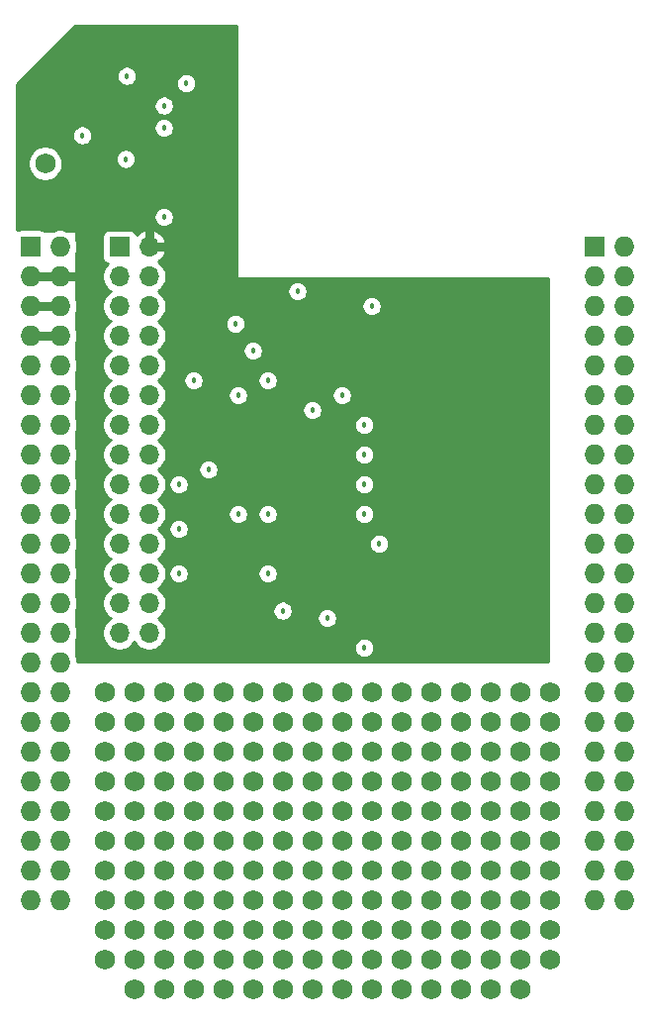
<source format=gbr>
%TF.GenerationSoftware,KiCad,Pcbnew,5.1.9-73d0e3b20d~88~ubuntu18.04.1*%
%TF.CreationDate,2021-02-18T19:04:08+11:00*%
%TF.ProjectId,bbb,6262622e-6b69-4636-9164-5f7063625858,rev?*%
%TF.SameCoordinates,Original*%
%TF.FileFunction,Copper,L3,Inr*%
%TF.FilePolarity,Positive*%
%FSLAX46Y46*%
G04 Gerber Fmt 4.6, Leading zero omitted, Abs format (unit mm)*
G04 Created by KiCad (PCBNEW 5.1.9-73d0e3b20d~88~ubuntu18.04.1) date 2021-02-18 19:04:08*
%MOMM*%
%LPD*%
G01*
G04 APERTURE LIST*
%TA.AperFunction,ComponentPad*%
%ADD10R,1.727200X1.727200*%
%TD*%
%TA.AperFunction,ComponentPad*%
%ADD11O,1.727200X1.727200*%
%TD*%
%TA.AperFunction,ComponentPad*%
%ADD12R,1.700000X1.700000*%
%TD*%
%TA.AperFunction,ComponentPad*%
%ADD13O,1.700000X1.700000*%
%TD*%
%TA.AperFunction,ViaPad*%
%ADD14C,1.727200*%
%TD*%
%TA.AperFunction,ViaPad*%
%ADD15C,0.457200*%
%TD*%
%TA.AperFunction,Conductor*%
%ADD16C,0.762000*%
%TD*%
%TA.AperFunction,Conductor*%
%ADD17C,0.254000*%
%TD*%
%TA.AperFunction,Conductor*%
%ADD18C,0.100000*%
%TD*%
G04 APERTURE END LIST*
D10*
%TO.N,GND*%
%TO.C,P1*%
X164630100Y-62382400D03*
D11*
X167170100Y-62382400D03*
%TO.N,Net-(P1-Pad3)*%
X164630100Y-64922400D03*
%TO.N,Net-(P1-Pad4)*%
X167170100Y-64922400D03*
%TO.N,Net-(P1-Pad5)*%
X164630100Y-67462400D03*
%TO.N,Net-(P1-Pad6)*%
X167170100Y-67462400D03*
%TO.N,Net-(P1-Pad7)*%
X164630100Y-70002400D03*
%TO.N,Net-(P1-Pad8)*%
X167170100Y-70002400D03*
%TO.N,Net-(P1-Pad9)*%
X164630100Y-72542400D03*
%TO.N,Net-(P1-Pad10)*%
X167170100Y-72542400D03*
%TO.N,Net-(P1-Pad11)*%
X164630100Y-75082400D03*
%TO.N,Net-(P1-Pad12)*%
X167170100Y-75082400D03*
%TO.N,Net-(P1-Pad13)*%
X164630100Y-77622400D03*
%TO.N,Net-(P1-Pad14)*%
X167170100Y-77622400D03*
%TO.N,Net-(P1-Pad15)*%
X164630100Y-80162400D03*
%TO.N,Net-(P1-Pad16)*%
X167170100Y-80162400D03*
%TO.N,Net-(P1-Pad17)*%
X164630100Y-82702400D03*
%TO.N,Net-(P1-Pad18)*%
X167170100Y-82702400D03*
%TO.N,Net-(P1-Pad19)*%
X164630100Y-85242400D03*
%TO.N,Net-(P1-Pad20)*%
X167170100Y-85242400D03*
%TO.N,Net-(P1-Pad21)*%
X164630100Y-87782400D03*
%TO.N,Net-(P1-Pad22)*%
X167170100Y-87782400D03*
%TO.N,Net-(P1-Pad23)*%
X164630100Y-90322400D03*
%TO.N,Net-(P1-Pad24)*%
X167170100Y-90322400D03*
%TO.N,Net-(P1-Pad25)*%
X164630100Y-92862400D03*
%TO.N,Net-(P1-Pad26)*%
X167170100Y-92862400D03*
%TO.N,Net-(P1-Pad27)*%
X164630100Y-95402400D03*
%TO.N,Net-(P1-Pad28)*%
X167170100Y-95402400D03*
%TO.N,Net-(P1-Pad29)*%
X164630100Y-97942400D03*
%TO.N,Net-(P1-Pad30)*%
X167170100Y-97942400D03*
%TO.N,Net-(P1-Pad31)*%
X164630100Y-100482400D03*
%TO.N,Net-(P1-Pad32)*%
X167170100Y-100482400D03*
%TO.N,Net-(P1-Pad33)*%
X164630100Y-103022400D03*
%TO.N,Net-(P1-Pad34)*%
X167170100Y-103022400D03*
%TO.N,Net-(P1-Pad35)*%
X164630100Y-105562400D03*
%TO.N,Net-(P1-Pad36)*%
X167170100Y-105562400D03*
%TO.N,Net-(P1-Pad37)*%
X164630100Y-108102400D03*
%TO.N,Net-(P1-Pad38)*%
X167170100Y-108102400D03*
%TO.N,Net-(P1-Pad39)*%
X164630100Y-110642400D03*
%TO.N,Net-(P1-Pad40)*%
X167170100Y-110642400D03*
%TO.N,Net-(P1-Pad41)*%
X164630100Y-113182400D03*
%TO.N,Net-(P1-Pad42)*%
X167170100Y-113182400D03*
%TO.N,Net-(P1-Pad43)*%
X164630100Y-115722400D03*
%TO.N,Net-(P1-Pad44)*%
X167170100Y-115722400D03*
%TO.N,Net-(P1-Pad45)*%
X164630100Y-118262400D03*
%TO.N,Net-(P1-Pad46)*%
X167170100Y-118262400D03*
%TD*%
D10*
%TO.N,GND*%
%TO.C,P2*%
X116370100Y-62382400D03*
D11*
X118910100Y-62382400D03*
%TO.N,+3V3*%
X116370100Y-64922400D03*
X118910100Y-64922400D03*
%TO.N,+5V*%
X116370100Y-67462400D03*
X118910100Y-67462400D03*
%TO.N,SYS_5V*%
X116370100Y-70002400D03*
X118910100Y-70002400D03*
%TO.N,PWR_BUT*%
X116370100Y-72542400D03*
%TO.N,SYS_RESETN*%
X118910100Y-72542400D03*
%TO.N,Net-(P2-Pad11)*%
X116370100Y-75082400D03*
%TO.N,Net-(P2-Pad12)*%
X118910100Y-75082400D03*
%TO.N,Net-(P2-Pad13)*%
X116370100Y-77622400D03*
%TO.N,Net-(P2-Pad14)*%
X118910100Y-77622400D03*
%TO.N,Net-(P2-Pad15)*%
X116370100Y-80162400D03*
%TO.N,Net-(P2-Pad16)*%
X118910100Y-80162400D03*
%TO.N,Net-(P2-Pad17)*%
X116370100Y-82702400D03*
%TO.N,Net-(P2-Pad18)*%
X118910100Y-82702400D03*
%TO.N,Net-(P2-Pad19)*%
X116370100Y-85242400D03*
%TO.N,Net-(P2-Pad20)*%
X118910100Y-85242400D03*
%TO.N,Net-(P2-Pad21)*%
X116370100Y-87782400D03*
%TO.N,Net-(P2-Pad22)*%
X118910100Y-87782400D03*
%TO.N,Net-(P2-Pad23)*%
X116370100Y-90322400D03*
%TO.N,Net-(P2-Pad24)*%
X118910100Y-90322400D03*
%TO.N,Net-(P2-Pad25)*%
X116370100Y-92862400D03*
%TO.N,Net-(P2-Pad26)*%
X118910100Y-92862400D03*
%TO.N,Net-(P2-Pad27)*%
X116370100Y-95402400D03*
%TO.N,Net-(P2-Pad28)*%
X118910100Y-95402400D03*
%TO.N,Net-(P2-Pad29)*%
X116370100Y-97942400D03*
%TO.N,Net-(P2-Pad30)*%
X118910100Y-97942400D03*
%TO.N,Net-(P2-Pad31)*%
X116370100Y-100482400D03*
%TO.N,VDD_ADC*%
X118910100Y-100482400D03*
%TO.N,Net-(P2-Pad33)*%
X116370100Y-103022400D03*
%TO.N,GNDA_ADC*%
X118910100Y-103022400D03*
%TO.N,Net-(P2-Pad35)*%
X116370100Y-105562400D03*
%TO.N,Net-(P2-Pad36)*%
X118910100Y-105562400D03*
%TO.N,Net-(P2-Pad37)*%
X116370100Y-108102400D03*
%TO.N,Net-(P2-Pad38)*%
X118910100Y-108102400D03*
%TO.N,Net-(P2-Pad39)*%
X116370100Y-110642400D03*
%TO.N,Net-(P2-Pad40)*%
X118910100Y-110642400D03*
%TO.N,Net-(P2-Pad41)*%
X116370100Y-113182400D03*
%TO.N,Net-(P2-Pad42)*%
X118910100Y-113182400D03*
%TO.N,GND*%
X116370100Y-115722400D03*
X118910100Y-115722400D03*
X116370100Y-118262400D03*
X118910100Y-118262400D03*
%TD*%
D12*
%TO.N,GND*%
%TO.C,J1*%
X123990100Y-62382400D03*
D13*
%TO.N,+3V3*%
X126530100Y-62382400D03*
%TO.N,RFIN*%
X123990100Y-64922400D03*
%TO.N,RFOUT*%
X126530100Y-64922400D03*
%TO.N,P5_MIXIN*%
X123990100Y-67462400D03*
%TO.N,MIXIN*%
X126530100Y-67462400D03*
%TO.N,P7_SCL*%
X123990100Y-70002400D03*
%TO.N,I2C_SCL*%
X126530100Y-70002400D03*
%TO.N,P9_SDA*%
X123990100Y-72542400D03*
%TO.N,I2C_SDA*%
X126530100Y-72542400D03*
%TO.N,CLK0*%
X123990100Y-75082400D03*
%TO.N,MIXCLK0*%
X126530100Y-75082400D03*
%TO.N,CLK1*%
X123990100Y-77622400D03*
%TO.N,MIXCLK90*%
X126530100Y-77622400D03*
%TO.N,CLK2*%
X123990100Y-80162400D03*
%TO.N,GND*%
X126530100Y-80162400D03*
%TO.N,MIXI+*%
X123990100Y-82702400D03*
%TO.N,I+*%
X126530100Y-82702400D03*
%TO.N,MIXI-*%
X123990100Y-85242400D03*
%TO.N,I-*%
X126530100Y-85242400D03*
%TO.N,MIXQ+*%
X123990100Y-87782400D03*
%TO.N,Q+*%
X126530100Y-87782400D03*
%TO.N,MIXQ-*%
X123990100Y-90322400D03*
%TO.N,Q-*%
X126530100Y-90322400D03*
%TO.N,P21_Iout*%
X123990100Y-92862400D03*
%TO.N,Iout*%
X126530100Y-92862400D03*
%TO.N,P23_Qout*%
X123990100Y-95402400D03*
%TO.N,Qout*%
X126530100Y-95402400D03*
%TD*%
D14*
%TO.N,*%
X122720100Y-100482400D03*
X125260100Y-100482400D03*
X130340100Y-100482400D03*
X127800100Y-100482400D03*
X137960100Y-100482400D03*
X140500100Y-100482400D03*
X132880100Y-100482400D03*
X150660100Y-100482400D03*
X145580100Y-100482400D03*
X143040100Y-100482400D03*
X148120100Y-100482400D03*
X158280100Y-100482400D03*
X160820100Y-100482400D03*
X155740100Y-100482400D03*
X153200100Y-100482400D03*
X153200100Y-103022400D03*
X127800100Y-103022400D03*
X155740100Y-103022400D03*
X160820100Y-103022400D03*
X158280100Y-103022400D03*
X130340100Y-103022400D03*
X148120100Y-103022400D03*
X140500100Y-103022400D03*
X150660100Y-103022400D03*
X135420100Y-103022400D03*
X145580100Y-103022400D03*
X132880100Y-103022400D03*
X125260100Y-103022400D03*
X143040100Y-103022400D03*
X122720100Y-103022400D03*
X137960100Y-103022400D03*
X122720100Y-105562400D03*
X145580100Y-105562400D03*
X160820100Y-105562400D03*
X148120100Y-105562400D03*
X150660100Y-105562400D03*
X140500100Y-105562400D03*
X137960100Y-105562400D03*
X127800100Y-105562400D03*
X143040100Y-105562400D03*
X130340100Y-105562400D03*
X125260100Y-105562400D03*
X155740100Y-105562400D03*
X158280100Y-105562400D03*
X132880100Y-105562400D03*
X153200100Y-105562400D03*
X135420100Y-105562400D03*
X135420100Y-108102400D03*
X155740100Y-108102400D03*
X145580100Y-108102400D03*
X132880100Y-108102400D03*
X148120100Y-108102400D03*
X158280100Y-108102400D03*
X153200100Y-108102400D03*
X137960100Y-108102400D03*
X150660100Y-108102400D03*
X127800100Y-108102400D03*
X130340100Y-108102400D03*
X143040100Y-108102400D03*
X122720100Y-108102400D03*
X160820100Y-108102400D03*
X140500100Y-108102400D03*
X125260100Y-108102400D03*
X145580100Y-110642400D03*
X127800100Y-110642400D03*
X135420100Y-110642400D03*
X158280100Y-110642400D03*
X140500100Y-110642400D03*
X137960100Y-110642400D03*
X125260100Y-110642400D03*
X150660100Y-110642400D03*
X132880100Y-110642400D03*
X143040100Y-110642400D03*
X155740100Y-110642400D03*
X160820100Y-110642400D03*
X130340100Y-110642400D03*
X122720100Y-110642400D03*
X148120100Y-110642400D03*
X153200100Y-110642400D03*
X125260100Y-113182400D03*
X155740100Y-113182400D03*
X150660100Y-113182400D03*
X130340100Y-113182400D03*
X127800100Y-113182400D03*
X140500100Y-113182400D03*
X160820100Y-113182400D03*
X143040100Y-113182400D03*
X132880100Y-113182400D03*
X158280100Y-113182400D03*
X135420100Y-113182400D03*
X122720100Y-113182400D03*
X145580100Y-113182400D03*
X153200100Y-113182400D03*
X148120100Y-113182400D03*
X137960100Y-113182400D03*
X135420100Y-115722400D03*
X148120100Y-115722400D03*
X155740100Y-115722400D03*
X137960100Y-115722400D03*
X143040100Y-115722400D03*
X122720100Y-115722400D03*
X130340100Y-115722400D03*
X140500100Y-115722400D03*
X160820100Y-115722400D03*
X150660100Y-115722400D03*
X132880100Y-115722400D03*
X127800100Y-115722400D03*
X153200100Y-115722400D03*
X145580100Y-115722400D03*
X125260100Y-115722400D03*
X158280100Y-115722400D03*
X125260100Y-118262400D03*
X122720100Y-118262400D03*
X160820100Y-118262400D03*
X158280100Y-118262400D03*
X153200100Y-118262400D03*
X150660100Y-118262400D03*
X132880100Y-118262400D03*
X148120100Y-118262400D03*
X135420100Y-118262400D03*
X130340100Y-118262400D03*
X145580100Y-118262400D03*
X155740100Y-118262400D03*
X143040100Y-118262400D03*
X140500100Y-118262400D03*
X137960100Y-118262400D03*
X127800100Y-118262400D03*
X155740100Y-120802400D03*
X143040100Y-120802400D03*
X137960100Y-120802400D03*
X153200100Y-120802400D03*
X130340100Y-120802400D03*
X150660100Y-120802400D03*
X140500100Y-120802400D03*
X135420100Y-120802400D03*
X145580100Y-120802400D03*
X160820100Y-120802400D03*
X158280100Y-120802400D03*
X122720100Y-120802400D03*
X127800100Y-120802400D03*
X125260100Y-120802400D03*
X148120100Y-120802400D03*
X132880100Y-120802400D03*
X125260100Y-123342400D03*
X148120100Y-123342400D03*
X153200100Y-123342400D03*
X158280100Y-123342400D03*
X140500100Y-123342400D03*
X150660100Y-123342400D03*
X130340100Y-123342400D03*
X127800100Y-123342400D03*
X135420100Y-123342400D03*
X160820100Y-123342400D03*
X122720100Y-123342400D03*
X143040100Y-123342400D03*
X137960100Y-123342400D03*
X155740100Y-123342400D03*
X132880100Y-123342400D03*
X145580100Y-123342400D03*
X145580100Y-125882400D03*
X150660100Y-125882400D03*
X143040100Y-125882400D03*
X153200100Y-125882400D03*
X155740100Y-125882400D03*
X140500100Y-125882400D03*
X148120100Y-125882400D03*
X130340100Y-125882400D03*
X125260100Y-125882400D03*
X127800100Y-125882400D03*
X132880100Y-125882400D03*
X135420100Y-125882400D03*
X158280100Y-125882400D03*
X137960100Y-125882400D03*
%TO.N,+3V3*%
X118910100Y-49174400D03*
D15*
X136690100Y-66192400D03*
X140500100Y-67462400D03*
X129070100Y-72542400D03*
X139230100Y-75082400D03*
X145580100Y-89687400D03*
X132245100Y-54762400D03*
X132245100Y-52222400D03*
X132245100Y-49682400D03*
X127800100Y-56667400D03*
X121450100Y-54127400D03*
D14*
%TO.N,GND*%
X117640100Y-55270400D03*
D15*
X139230100Y-66192400D03*
X133910791Y-68971709D03*
X135420100Y-71272400D03*
X136690100Y-73812400D03*
X134150100Y-75082400D03*
X134150100Y-85242400D03*
X140500100Y-76352400D03*
X143040100Y-75082400D03*
X145580100Y-67462400D03*
X146215100Y-87782400D03*
X144945100Y-85242400D03*
X144945100Y-82702400D03*
X144945100Y-80162400D03*
X144945100Y-77622400D03*
X144945100Y-96672400D03*
X137960100Y-93497400D03*
X129705100Y-48412400D03*
X127800100Y-50317400D03*
X124625100Y-47777400D03*
X124510790Y-54876710D03*
%TO.N,Q+*%
X141770100Y-94132400D03*
%TO.N,Iout*%
X129070100Y-90322400D03*
%TO.N,MIXIN*%
X136690100Y-85242400D03*
X130340100Y-73812400D03*
%TO.N,I2C_SCL*%
X127800100Y-59842400D03*
%TO.N,I2C_SDA*%
X127800100Y-52222400D03*
%TO.N,CLK2*%
X120815100Y-52857400D03*
%TO.N,MIXI+*%
X131610100Y-81432400D03*
%TO.N,MIXQ+*%
X129070100Y-86512400D03*
%TO.N,MIXQ-*%
X129070100Y-82702400D03*
%TO.N,Q-*%
X136690100Y-90322400D03*
D14*
%TO.N,LED_IN*%
X135420100Y-100482400D03*
%TD*%
D16*
%TO.N,+3V3*%
X118910100Y-64922400D02*
X120180100Y-64922400D01*
X118910100Y-64922400D02*
X116370100Y-64922400D01*
X126530100Y-62382400D02*
X126530100Y-61112400D01*
X126530100Y-62382400D02*
X127800100Y-62382400D01*
%TO.N,+5V*%
X116370100Y-67462400D02*
X118910100Y-67462400D01*
%TO.N,SYS_5V*%
X118910100Y-70002400D02*
X116370100Y-70002400D01*
%TD*%
D17*
%TO.N,+3V3*%
X134023100Y-64922400D02*
X134025540Y-64947176D01*
X134032767Y-64971001D01*
X134044503Y-64992957D01*
X134060297Y-65012203D01*
X134079543Y-65027997D01*
X134101499Y-65039733D01*
X134125324Y-65046960D01*
X134150100Y-65049400D01*
X160693100Y-65049400D01*
X160693100Y-97815400D01*
X120408700Y-97815400D01*
X120408700Y-97794801D01*
X120351110Y-97505275D01*
X120307100Y-97399026D01*
X120307100Y-95945774D01*
X120351110Y-95839525D01*
X120408700Y-95549999D01*
X120408700Y-95254801D01*
X120351110Y-94965275D01*
X120307100Y-94859026D01*
X120307100Y-93405774D01*
X120351110Y-93299525D01*
X120408700Y-93009999D01*
X120408700Y-92714801D01*
X120351110Y-92425275D01*
X120307100Y-92319026D01*
X120307100Y-90865774D01*
X120351110Y-90759525D01*
X120408700Y-90469999D01*
X120408700Y-90174801D01*
X120351110Y-89885275D01*
X120307100Y-89779026D01*
X120307100Y-88325774D01*
X120351110Y-88219525D01*
X120408700Y-87929999D01*
X120408700Y-87634801D01*
X120351110Y-87345275D01*
X120307100Y-87239026D01*
X120307100Y-85785774D01*
X120351110Y-85679525D01*
X120408700Y-85389999D01*
X120408700Y-85094801D01*
X120351110Y-84805275D01*
X120307100Y-84699026D01*
X120307100Y-83245774D01*
X120351110Y-83139525D01*
X120408700Y-82849999D01*
X120408700Y-82554801D01*
X120351110Y-82265275D01*
X120307100Y-82159026D01*
X120307100Y-80705774D01*
X120351110Y-80599525D01*
X120408700Y-80309999D01*
X120408700Y-80014801D01*
X120351110Y-79725275D01*
X120307100Y-79619026D01*
X120307100Y-78165774D01*
X120351110Y-78059525D01*
X120408700Y-77769999D01*
X120408700Y-77474801D01*
X120351110Y-77185275D01*
X120307100Y-77079026D01*
X120307100Y-75625774D01*
X120351110Y-75519525D01*
X120408700Y-75229999D01*
X120408700Y-74934801D01*
X120351110Y-74645275D01*
X120307100Y-74539026D01*
X120307100Y-73085774D01*
X120351110Y-72979525D01*
X120408700Y-72689999D01*
X120408700Y-72394801D01*
X120351110Y-72105275D01*
X120307100Y-71999026D01*
X120307100Y-70545774D01*
X120351110Y-70439525D01*
X120408700Y-70149999D01*
X120408700Y-69854801D01*
X120351110Y-69565275D01*
X120307100Y-69459026D01*
X120307100Y-68005774D01*
X120351110Y-67899525D01*
X120408700Y-67609999D01*
X120408700Y-67314801D01*
X120351110Y-67025275D01*
X120307100Y-66919026D01*
X120307100Y-65457822D01*
X120319322Y-65432214D01*
X120365058Y-65281426D01*
X120307100Y-65170417D01*
X120307100Y-64674383D01*
X120365058Y-64563374D01*
X120319322Y-64412586D01*
X120307100Y-64386978D01*
X120307100Y-62925774D01*
X120351110Y-62819525D01*
X120408700Y-62529999D01*
X120408700Y-62234801D01*
X120351110Y-61945275D01*
X120307100Y-61839026D01*
X120307100Y-61532400D01*
X122502028Y-61532400D01*
X122502028Y-63232400D01*
X122514288Y-63356882D01*
X122550598Y-63476580D01*
X122609563Y-63586894D01*
X122688915Y-63683585D01*
X122785606Y-63762937D01*
X122895920Y-63821902D01*
X122968480Y-63843913D01*
X122836625Y-63975768D01*
X122674110Y-64218989D01*
X122562168Y-64489242D01*
X122505100Y-64776140D01*
X122505100Y-65068660D01*
X122562168Y-65355558D01*
X122674110Y-65625811D01*
X122836625Y-65869032D01*
X123043468Y-66075875D01*
X123217860Y-66192400D01*
X123043468Y-66308925D01*
X122836625Y-66515768D01*
X122674110Y-66758989D01*
X122562168Y-67029242D01*
X122505100Y-67316140D01*
X122505100Y-67608660D01*
X122562168Y-67895558D01*
X122674110Y-68165811D01*
X122836625Y-68409032D01*
X123043468Y-68615875D01*
X123217860Y-68732400D01*
X123043468Y-68848925D01*
X122836625Y-69055768D01*
X122674110Y-69298989D01*
X122562168Y-69569242D01*
X122505100Y-69856140D01*
X122505100Y-70148660D01*
X122562168Y-70435558D01*
X122674110Y-70705811D01*
X122836625Y-70949032D01*
X123043468Y-71155875D01*
X123217860Y-71272400D01*
X123043468Y-71388925D01*
X122836625Y-71595768D01*
X122674110Y-71838989D01*
X122562168Y-72109242D01*
X122505100Y-72396140D01*
X122505100Y-72688660D01*
X122562168Y-72975558D01*
X122674110Y-73245811D01*
X122836625Y-73489032D01*
X123043468Y-73695875D01*
X123217860Y-73812400D01*
X123043468Y-73928925D01*
X122836625Y-74135768D01*
X122674110Y-74378989D01*
X122562168Y-74649242D01*
X122505100Y-74936140D01*
X122505100Y-75228660D01*
X122562168Y-75515558D01*
X122674110Y-75785811D01*
X122836625Y-76029032D01*
X123043468Y-76235875D01*
X123217860Y-76352400D01*
X123043468Y-76468925D01*
X122836625Y-76675768D01*
X122674110Y-76918989D01*
X122562168Y-77189242D01*
X122505100Y-77476140D01*
X122505100Y-77768660D01*
X122562168Y-78055558D01*
X122674110Y-78325811D01*
X122836625Y-78569032D01*
X123043468Y-78775875D01*
X123217860Y-78892400D01*
X123043468Y-79008925D01*
X122836625Y-79215768D01*
X122674110Y-79458989D01*
X122562168Y-79729242D01*
X122505100Y-80016140D01*
X122505100Y-80308660D01*
X122562168Y-80595558D01*
X122674110Y-80865811D01*
X122836625Y-81109032D01*
X123043468Y-81315875D01*
X123217860Y-81432400D01*
X123043468Y-81548925D01*
X122836625Y-81755768D01*
X122674110Y-81998989D01*
X122562168Y-82269242D01*
X122505100Y-82556140D01*
X122505100Y-82848660D01*
X122562168Y-83135558D01*
X122674110Y-83405811D01*
X122836625Y-83649032D01*
X123043468Y-83855875D01*
X123217860Y-83972400D01*
X123043468Y-84088925D01*
X122836625Y-84295768D01*
X122674110Y-84538989D01*
X122562168Y-84809242D01*
X122505100Y-85096140D01*
X122505100Y-85388660D01*
X122562168Y-85675558D01*
X122674110Y-85945811D01*
X122836625Y-86189032D01*
X123043468Y-86395875D01*
X123217860Y-86512400D01*
X123043468Y-86628925D01*
X122836625Y-86835768D01*
X122674110Y-87078989D01*
X122562168Y-87349242D01*
X122505100Y-87636140D01*
X122505100Y-87928660D01*
X122562168Y-88215558D01*
X122674110Y-88485811D01*
X122836625Y-88729032D01*
X123043468Y-88935875D01*
X123217860Y-89052400D01*
X123043468Y-89168925D01*
X122836625Y-89375768D01*
X122674110Y-89618989D01*
X122562168Y-89889242D01*
X122505100Y-90176140D01*
X122505100Y-90468660D01*
X122562168Y-90755558D01*
X122674110Y-91025811D01*
X122836625Y-91269032D01*
X123043468Y-91475875D01*
X123217860Y-91592400D01*
X123043468Y-91708925D01*
X122836625Y-91915768D01*
X122674110Y-92158989D01*
X122562168Y-92429242D01*
X122505100Y-92716140D01*
X122505100Y-93008660D01*
X122562168Y-93295558D01*
X122674110Y-93565811D01*
X122836625Y-93809032D01*
X123043468Y-94015875D01*
X123217860Y-94132400D01*
X123043468Y-94248925D01*
X122836625Y-94455768D01*
X122674110Y-94698989D01*
X122562168Y-94969242D01*
X122505100Y-95256140D01*
X122505100Y-95548660D01*
X122562168Y-95835558D01*
X122674110Y-96105811D01*
X122836625Y-96349032D01*
X123043468Y-96555875D01*
X123286689Y-96718390D01*
X123556942Y-96830332D01*
X123843840Y-96887400D01*
X124136360Y-96887400D01*
X124423258Y-96830332D01*
X124693511Y-96718390D01*
X124936732Y-96555875D01*
X125143575Y-96349032D01*
X125260100Y-96174640D01*
X125376625Y-96349032D01*
X125583468Y-96555875D01*
X125826689Y-96718390D01*
X126096942Y-96830332D01*
X126383840Y-96887400D01*
X126676360Y-96887400D01*
X126963258Y-96830332D01*
X127233511Y-96718390D01*
X127429636Y-96587343D01*
X144081500Y-96587343D01*
X144081500Y-96757457D01*
X144114687Y-96924303D01*
X144179787Y-97081468D01*
X144274298Y-97222913D01*
X144394587Y-97343202D01*
X144536032Y-97437713D01*
X144693197Y-97502813D01*
X144860043Y-97536000D01*
X145030157Y-97536000D01*
X145197003Y-97502813D01*
X145354168Y-97437713D01*
X145495613Y-97343202D01*
X145615902Y-97222913D01*
X145710413Y-97081468D01*
X145775513Y-96924303D01*
X145808700Y-96757457D01*
X145808700Y-96587343D01*
X145775513Y-96420497D01*
X145710413Y-96263332D01*
X145615902Y-96121887D01*
X145495613Y-96001598D01*
X145354168Y-95907087D01*
X145197003Y-95841987D01*
X145030157Y-95808800D01*
X144860043Y-95808800D01*
X144693197Y-95841987D01*
X144536032Y-95907087D01*
X144394587Y-96001598D01*
X144274298Y-96121887D01*
X144179787Y-96263332D01*
X144114687Y-96420497D01*
X144081500Y-96587343D01*
X127429636Y-96587343D01*
X127476732Y-96555875D01*
X127683575Y-96349032D01*
X127846090Y-96105811D01*
X127958032Y-95835558D01*
X128015100Y-95548660D01*
X128015100Y-95256140D01*
X127958032Y-94969242D01*
X127846090Y-94698989D01*
X127683575Y-94455768D01*
X127476732Y-94248925D01*
X127302340Y-94132400D01*
X127476732Y-94015875D01*
X127683575Y-93809032D01*
X127846090Y-93565811D01*
X127909658Y-93412343D01*
X137096500Y-93412343D01*
X137096500Y-93582457D01*
X137129687Y-93749303D01*
X137194787Y-93906468D01*
X137289298Y-94047913D01*
X137409587Y-94168202D01*
X137551032Y-94262713D01*
X137708197Y-94327813D01*
X137875043Y-94361000D01*
X138045157Y-94361000D01*
X138212003Y-94327813D01*
X138369168Y-94262713D01*
X138510613Y-94168202D01*
X138630902Y-94047913D01*
X138631282Y-94047343D01*
X140906500Y-94047343D01*
X140906500Y-94217457D01*
X140939687Y-94384303D01*
X141004787Y-94541468D01*
X141099298Y-94682913D01*
X141219587Y-94803202D01*
X141361032Y-94897713D01*
X141518197Y-94962813D01*
X141685043Y-94996000D01*
X141855157Y-94996000D01*
X142022003Y-94962813D01*
X142179168Y-94897713D01*
X142320613Y-94803202D01*
X142440902Y-94682913D01*
X142535413Y-94541468D01*
X142600513Y-94384303D01*
X142633700Y-94217457D01*
X142633700Y-94047343D01*
X142600513Y-93880497D01*
X142535413Y-93723332D01*
X142440902Y-93581887D01*
X142320613Y-93461598D01*
X142179168Y-93367087D01*
X142022003Y-93301987D01*
X141855157Y-93268800D01*
X141685043Y-93268800D01*
X141518197Y-93301987D01*
X141361032Y-93367087D01*
X141219587Y-93461598D01*
X141099298Y-93581887D01*
X141004787Y-93723332D01*
X140939687Y-93880497D01*
X140906500Y-94047343D01*
X138631282Y-94047343D01*
X138725413Y-93906468D01*
X138790513Y-93749303D01*
X138823700Y-93582457D01*
X138823700Y-93412343D01*
X138790513Y-93245497D01*
X138725413Y-93088332D01*
X138630902Y-92946887D01*
X138510613Y-92826598D01*
X138369168Y-92732087D01*
X138212003Y-92666987D01*
X138045157Y-92633800D01*
X137875043Y-92633800D01*
X137708197Y-92666987D01*
X137551032Y-92732087D01*
X137409587Y-92826598D01*
X137289298Y-92946887D01*
X137194787Y-93088332D01*
X137129687Y-93245497D01*
X137096500Y-93412343D01*
X127909658Y-93412343D01*
X127958032Y-93295558D01*
X128015100Y-93008660D01*
X128015100Y-92716140D01*
X127958032Y-92429242D01*
X127846090Y-92158989D01*
X127683575Y-91915768D01*
X127476732Y-91708925D01*
X127302340Y-91592400D01*
X127476732Y-91475875D01*
X127683575Y-91269032D01*
X127846090Y-91025811D01*
X127958032Y-90755558D01*
X128015100Y-90468660D01*
X128015100Y-90237343D01*
X128206500Y-90237343D01*
X128206500Y-90407457D01*
X128239687Y-90574303D01*
X128304787Y-90731468D01*
X128399298Y-90872913D01*
X128519587Y-90993202D01*
X128661032Y-91087713D01*
X128818197Y-91152813D01*
X128985043Y-91186000D01*
X129155157Y-91186000D01*
X129322003Y-91152813D01*
X129479168Y-91087713D01*
X129620613Y-90993202D01*
X129740902Y-90872913D01*
X129835413Y-90731468D01*
X129900513Y-90574303D01*
X129933700Y-90407457D01*
X129933700Y-90237343D01*
X135826500Y-90237343D01*
X135826500Y-90407457D01*
X135859687Y-90574303D01*
X135924787Y-90731468D01*
X136019298Y-90872913D01*
X136139587Y-90993202D01*
X136281032Y-91087713D01*
X136438197Y-91152813D01*
X136605043Y-91186000D01*
X136775157Y-91186000D01*
X136942003Y-91152813D01*
X137099168Y-91087713D01*
X137240613Y-90993202D01*
X137360902Y-90872913D01*
X137455413Y-90731468D01*
X137520513Y-90574303D01*
X137553700Y-90407457D01*
X137553700Y-90237343D01*
X137520513Y-90070497D01*
X137455413Y-89913332D01*
X137360902Y-89771887D01*
X137240613Y-89651598D01*
X137099168Y-89557087D01*
X136942003Y-89491987D01*
X136775157Y-89458800D01*
X136605043Y-89458800D01*
X136438197Y-89491987D01*
X136281032Y-89557087D01*
X136139587Y-89651598D01*
X136019298Y-89771887D01*
X135924787Y-89913332D01*
X135859687Y-90070497D01*
X135826500Y-90237343D01*
X129933700Y-90237343D01*
X129900513Y-90070497D01*
X129835413Y-89913332D01*
X129740902Y-89771887D01*
X129620613Y-89651598D01*
X129479168Y-89557087D01*
X129322003Y-89491987D01*
X129155157Y-89458800D01*
X128985043Y-89458800D01*
X128818197Y-89491987D01*
X128661032Y-89557087D01*
X128519587Y-89651598D01*
X128399298Y-89771887D01*
X128304787Y-89913332D01*
X128239687Y-90070497D01*
X128206500Y-90237343D01*
X128015100Y-90237343D01*
X128015100Y-90176140D01*
X127958032Y-89889242D01*
X127846090Y-89618989D01*
X127683575Y-89375768D01*
X127476732Y-89168925D01*
X127302340Y-89052400D01*
X127476732Y-88935875D01*
X127683575Y-88729032D01*
X127846090Y-88485811D01*
X127958032Y-88215558D01*
X128015100Y-87928660D01*
X128015100Y-87697343D01*
X145351500Y-87697343D01*
X145351500Y-87867457D01*
X145384687Y-88034303D01*
X145449787Y-88191468D01*
X145544298Y-88332913D01*
X145664587Y-88453202D01*
X145806032Y-88547713D01*
X145963197Y-88612813D01*
X146130043Y-88646000D01*
X146300157Y-88646000D01*
X146467003Y-88612813D01*
X146624168Y-88547713D01*
X146765613Y-88453202D01*
X146885902Y-88332913D01*
X146980413Y-88191468D01*
X147045513Y-88034303D01*
X147078700Y-87867457D01*
X147078700Y-87697343D01*
X147045513Y-87530497D01*
X146980413Y-87373332D01*
X146885902Y-87231887D01*
X146765613Y-87111598D01*
X146624168Y-87017087D01*
X146467003Y-86951987D01*
X146300157Y-86918800D01*
X146130043Y-86918800D01*
X145963197Y-86951987D01*
X145806032Y-87017087D01*
X145664587Y-87111598D01*
X145544298Y-87231887D01*
X145449787Y-87373332D01*
X145384687Y-87530497D01*
X145351500Y-87697343D01*
X128015100Y-87697343D01*
X128015100Y-87636140D01*
X127958032Y-87349242D01*
X127846090Y-87078989D01*
X127683575Y-86835768D01*
X127476732Y-86628925D01*
X127302340Y-86512400D01*
X127429636Y-86427343D01*
X128206500Y-86427343D01*
X128206500Y-86597457D01*
X128239687Y-86764303D01*
X128304787Y-86921468D01*
X128399298Y-87062913D01*
X128519587Y-87183202D01*
X128661032Y-87277713D01*
X128818197Y-87342813D01*
X128985043Y-87376000D01*
X129155157Y-87376000D01*
X129322003Y-87342813D01*
X129479168Y-87277713D01*
X129620613Y-87183202D01*
X129740902Y-87062913D01*
X129835413Y-86921468D01*
X129900513Y-86764303D01*
X129933700Y-86597457D01*
X129933700Y-86427343D01*
X129900513Y-86260497D01*
X129835413Y-86103332D01*
X129740902Y-85961887D01*
X129620613Y-85841598D01*
X129479168Y-85747087D01*
X129322003Y-85681987D01*
X129155157Y-85648800D01*
X128985043Y-85648800D01*
X128818197Y-85681987D01*
X128661032Y-85747087D01*
X128519587Y-85841598D01*
X128399298Y-85961887D01*
X128304787Y-86103332D01*
X128239687Y-86260497D01*
X128206500Y-86427343D01*
X127429636Y-86427343D01*
X127476732Y-86395875D01*
X127683575Y-86189032D01*
X127846090Y-85945811D01*
X127958032Y-85675558D01*
X128015100Y-85388660D01*
X128015100Y-85157343D01*
X133286500Y-85157343D01*
X133286500Y-85327457D01*
X133319687Y-85494303D01*
X133384787Y-85651468D01*
X133479298Y-85792913D01*
X133599587Y-85913202D01*
X133741032Y-86007713D01*
X133898197Y-86072813D01*
X134065043Y-86106000D01*
X134235157Y-86106000D01*
X134402003Y-86072813D01*
X134559168Y-86007713D01*
X134700613Y-85913202D01*
X134820902Y-85792913D01*
X134915413Y-85651468D01*
X134980513Y-85494303D01*
X135013700Y-85327457D01*
X135013700Y-85157343D01*
X135826500Y-85157343D01*
X135826500Y-85327457D01*
X135859687Y-85494303D01*
X135924787Y-85651468D01*
X136019298Y-85792913D01*
X136139587Y-85913202D01*
X136281032Y-86007713D01*
X136438197Y-86072813D01*
X136605043Y-86106000D01*
X136775157Y-86106000D01*
X136942003Y-86072813D01*
X137099168Y-86007713D01*
X137240613Y-85913202D01*
X137360902Y-85792913D01*
X137455413Y-85651468D01*
X137520513Y-85494303D01*
X137553700Y-85327457D01*
X137553700Y-85157343D01*
X144081500Y-85157343D01*
X144081500Y-85327457D01*
X144114687Y-85494303D01*
X144179787Y-85651468D01*
X144274298Y-85792913D01*
X144394587Y-85913202D01*
X144536032Y-86007713D01*
X144693197Y-86072813D01*
X144860043Y-86106000D01*
X145030157Y-86106000D01*
X145197003Y-86072813D01*
X145354168Y-86007713D01*
X145495613Y-85913202D01*
X145615902Y-85792913D01*
X145710413Y-85651468D01*
X145775513Y-85494303D01*
X145808700Y-85327457D01*
X145808700Y-85157343D01*
X145775513Y-84990497D01*
X145710413Y-84833332D01*
X145615902Y-84691887D01*
X145495613Y-84571598D01*
X145354168Y-84477087D01*
X145197003Y-84411987D01*
X145030157Y-84378800D01*
X144860043Y-84378800D01*
X144693197Y-84411987D01*
X144536032Y-84477087D01*
X144394587Y-84571598D01*
X144274298Y-84691887D01*
X144179787Y-84833332D01*
X144114687Y-84990497D01*
X144081500Y-85157343D01*
X137553700Y-85157343D01*
X137520513Y-84990497D01*
X137455413Y-84833332D01*
X137360902Y-84691887D01*
X137240613Y-84571598D01*
X137099168Y-84477087D01*
X136942003Y-84411987D01*
X136775157Y-84378800D01*
X136605043Y-84378800D01*
X136438197Y-84411987D01*
X136281032Y-84477087D01*
X136139587Y-84571598D01*
X136019298Y-84691887D01*
X135924787Y-84833332D01*
X135859687Y-84990497D01*
X135826500Y-85157343D01*
X135013700Y-85157343D01*
X134980513Y-84990497D01*
X134915413Y-84833332D01*
X134820902Y-84691887D01*
X134700613Y-84571598D01*
X134559168Y-84477087D01*
X134402003Y-84411987D01*
X134235157Y-84378800D01*
X134065043Y-84378800D01*
X133898197Y-84411987D01*
X133741032Y-84477087D01*
X133599587Y-84571598D01*
X133479298Y-84691887D01*
X133384787Y-84833332D01*
X133319687Y-84990497D01*
X133286500Y-85157343D01*
X128015100Y-85157343D01*
X128015100Y-85096140D01*
X127958032Y-84809242D01*
X127846090Y-84538989D01*
X127683575Y-84295768D01*
X127476732Y-84088925D01*
X127302340Y-83972400D01*
X127476732Y-83855875D01*
X127683575Y-83649032D01*
X127846090Y-83405811D01*
X127958032Y-83135558D01*
X128015100Y-82848660D01*
X128015100Y-82617343D01*
X128206500Y-82617343D01*
X128206500Y-82787457D01*
X128239687Y-82954303D01*
X128304787Y-83111468D01*
X128399298Y-83252913D01*
X128519587Y-83373202D01*
X128661032Y-83467713D01*
X128818197Y-83532813D01*
X128985043Y-83566000D01*
X129155157Y-83566000D01*
X129322003Y-83532813D01*
X129479168Y-83467713D01*
X129620613Y-83373202D01*
X129740902Y-83252913D01*
X129835413Y-83111468D01*
X129900513Y-82954303D01*
X129933700Y-82787457D01*
X129933700Y-82617343D01*
X144081500Y-82617343D01*
X144081500Y-82787457D01*
X144114687Y-82954303D01*
X144179787Y-83111468D01*
X144274298Y-83252913D01*
X144394587Y-83373202D01*
X144536032Y-83467713D01*
X144693197Y-83532813D01*
X144860043Y-83566000D01*
X145030157Y-83566000D01*
X145197003Y-83532813D01*
X145354168Y-83467713D01*
X145495613Y-83373202D01*
X145615902Y-83252913D01*
X145710413Y-83111468D01*
X145775513Y-82954303D01*
X145808700Y-82787457D01*
X145808700Y-82617343D01*
X145775513Y-82450497D01*
X145710413Y-82293332D01*
X145615902Y-82151887D01*
X145495613Y-82031598D01*
X145354168Y-81937087D01*
X145197003Y-81871987D01*
X145030157Y-81838800D01*
X144860043Y-81838800D01*
X144693197Y-81871987D01*
X144536032Y-81937087D01*
X144394587Y-82031598D01*
X144274298Y-82151887D01*
X144179787Y-82293332D01*
X144114687Y-82450497D01*
X144081500Y-82617343D01*
X129933700Y-82617343D01*
X129900513Y-82450497D01*
X129835413Y-82293332D01*
X129740902Y-82151887D01*
X129620613Y-82031598D01*
X129479168Y-81937087D01*
X129322003Y-81871987D01*
X129155157Y-81838800D01*
X128985043Y-81838800D01*
X128818197Y-81871987D01*
X128661032Y-81937087D01*
X128519587Y-82031598D01*
X128399298Y-82151887D01*
X128304787Y-82293332D01*
X128239687Y-82450497D01*
X128206500Y-82617343D01*
X128015100Y-82617343D01*
X128015100Y-82556140D01*
X127958032Y-82269242D01*
X127846090Y-81998989D01*
X127683575Y-81755768D01*
X127476732Y-81548925D01*
X127302340Y-81432400D01*
X127429636Y-81347343D01*
X130746500Y-81347343D01*
X130746500Y-81517457D01*
X130779687Y-81684303D01*
X130844787Y-81841468D01*
X130939298Y-81982913D01*
X131059587Y-82103202D01*
X131201032Y-82197713D01*
X131358197Y-82262813D01*
X131525043Y-82296000D01*
X131695157Y-82296000D01*
X131862003Y-82262813D01*
X132019168Y-82197713D01*
X132160613Y-82103202D01*
X132280902Y-81982913D01*
X132375413Y-81841468D01*
X132440513Y-81684303D01*
X132473700Y-81517457D01*
X132473700Y-81347343D01*
X132440513Y-81180497D01*
X132375413Y-81023332D01*
X132280902Y-80881887D01*
X132160613Y-80761598D01*
X132019168Y-80667087D01*
X131862003Y-80601987D01*
X131695157Y-80568800D01*
X131525043Y-80568800D01*
X131358197Y-80601987D01*
X131201032Y-80667087D01*
X131059587Y-80761598D01*
X130939298Y-80881887D01*
X130844787Y-81023332D01*
X130779687Y-81180497D01*
X130746500Y-81347343D01*
X127429636Y-81347343D01*
X127476732Y-81315875D01*
X127683575Y-81109032D01*
X127846090Y-80865811D01*
X127958032Y-80595558D01*
X128015100Y-80308660D01*
X128015100Y-80077343D01*
X144081500Y-80077343D01*
X144081500Y-80247457D01*
X144114687Y-80414303D01*
X144179787Y-80571468D01*
X144274298Y-80712913D01*
X144394587Y-80833202D01*
X144536032Y-80927713D01*
X144693197Y-80992813D01*
X144860043Y-81026000D01*
X145030157Y-81026000D01*
X145197003Y-80992813D01*
X145354168Y-80927713D01*
X145495613Y-80833202D01*
X145615902Y-80712913D01*
X145710413Y-80571468D01*
X145775513Y-80414303D01*
X145808700Y-80247457D01*
X145808700Y-80077343D01*
X145775513Y-79910497D01*
X145710413Y-79753332D01*
X145615902Y-79611887D01*
X145495613Y-79491598D01*
X145354168Y-79397087D01*
X145197003Y-79331987D01*
X145030157Y-79298800D01*
X144860043Y-79298800D01*
X144693197Y-79331987D01*
X144536032Y-79397087D01*
X144394587Y-79491598D01*
X144274298Y-79611887D01*
X144179787Y-79753332D01*
X144114687Y-79910497D01*
X144081500Y-80077343D01*
X128015100Y-80077343D01*
X128015100Y-80016140D01*
X127958032Y-79729242D01*
X127846090Y-79458989D01*
X127683575Y-79215768D01*
X127476732Y-79008925D01*
X127302340Y-78892400D01*
X127476732Y-78775875D01*
X127683575Y-78569032D01*
X127846090Y-78325811D01*
X127958032Y-78055558D01*
X128015100Y-77768660D01*
X128015100Y-77537343D01*
X144081500Y-77537343D01*
X144081500Y-77707457D01*
X144114687Y-77874303D01*
X144179787Y-78031468D01*
X144274298Y-78172913D01*
X144394587Y-78293202D01*
X144536032Y-78387713D01*
X144693197Y-78452813D01*
X144860043Y-78486000D01*
X145030157Y-78486000D01*
X145197003Y-78452813D01*
X145354168Y-78387713D01*
X145495613Y-78293202D01*
X145615902Y-78172913D01*
X145710413Y-78031468D01*
X145775513Y-77874303D01*
X145808700Y-77707457D01*
X145808700Y-77537343D01*
X145775513Y-77370497D01*
X145710413Y-77213332D01*
X145615902Y-77071887D01*
X145495613Y-76951598D01*
X145354168Y-76857087D01*
X145197003Y-76791987D01*
X145030157Y-76758800D01*
X144860043Y-76758800D01*
X144693197Y-76791987D01*
X144536032Y-76857087D01*
X144394587Y-76951598D01*
X144274298Y-77071887D01*
X144179787Y-77213332D01*
X144114687Y-77370497D01*
X144081500Y-77537343D01*
X128015100Y-77537343D01*
X128015100Y-77476140D01*
X127958032Y-77189242D01*
X127846090Y-76918989D01*
X127683575Y-76675768D01*
X127476732Y-76468925D01*
X127302340Y-76352400D01*
X127429636Y-76267343D01*
X139636500Y-76267343D01*
X139636500Y-76437457D01*
X139669687Y-76604303D01*
X139734787Y-76761468D01*
X139829298Y-76902913D01*
X139949587Y-77023202D01*
X140091032Y-77117713D01*
X140248197Y-77182813D01*
X140415043Y-77216000D01*
X140585157Y-77216000D01*
X140752003Y-77182813D01*
X140909168Y-77117713D01*
X141050613Y-77023202D01*
X141170902Y-76902913D01*
X141265413Y-76761468D01*
X141330513Y-76604303D01*
X141363700Y-76437457D01*
X141363700Y-76267343D01*
X141330513Y-76100497D01*
X141265413Y-75943332D01*
X141170902Y-75801887D01*
X141050613Y-75681598D01*
X140909168Y-75587087D01*
X140752003Y-75521987D01*
X140585157Y-75488800D01*
X140415043Y-75488800D01*
X140248197Y-75521987D01*
X140091032Y-75587087D01*
X139949587Y-75681598D01*
X139829298Y-75801887D01*
X139734787Y-75943332D01*
X139669687Y-76100497D01*
X139636500Y-76267343D01*
X127429636Y-76267343D01*
X127476732Y-76235875D01*
X127683575Y-76029032D01*
X127846090Y-75785811D01*
X127958032Y-75515558D01*
X128015100Y-75228660D01*
X128015100Y-74997343D01*
X133286500Y-74997343D01*
X133286500Y-75167457D01*
X133319687Y-75334303D01*
X133384787Y-75491468D01*
X133479298Y-75632913D01*
X133599587Y-75753202D01*
X133741032Y-75847713D01*
X133898197Y-75912813D01*
X134065043Y-75946000D01*
X134235157Y-75946000D01*
X134402003Y-75912813D01*
X134559168Y-75847713D01*
X134700613Y-75753202D01*
X134820902Y-75632913D01*
X134915413Y-75491468D01*
X134980513Y-75334303D01*
X135013700Y-75167457D01*
X135013700Y-74997343D01*
X142176500Y-74997343D01*
X142176500Y-75167457D01*
X142209687Y-75334303D01*
X142274787Y-75491468D01*
X142369298Y-75632913D01*
X142489587Y-75753202D01*
X142631032Y-75847713D01*
X142788197Y-75912813D01*
X142955043Y-75946000D01*
X143125157Y-75946000D01*
X143292003Y-75912813D01*
X143449168Y-75847713D01*
X143590613Y-75753202D01*
X143710902Y-75632913D01*
X143805413Y-75491468D01*
X143870513Y-75334303D01*
X143903700Y-75167457D01*
X143903700Y-74997343D01*
X143870513Y-74830497D01*
X143805413Y-74673332D01*
X143710902Y-74531887D01*
X143590613Y-74411598D01*
X143449168Y-74317087D01*
X143292003Y-74251987D01*
X143125157Y-74218800D01*
X142955043Y-74218800D01*
X142788197Y-74251987D01*
X142631032Y-74317087D01*
X142489587Y-74411598D01*
X142369298Y-74531887D01*
X142274787Y-74673332D01*
X142209687Y-74830497D01*
X142176500Y-74997343D01*
X135013700Y-74997343D01*
X134980513Y-74830497D01*
X134915413Y-74673332D01*
X134820902Y-74531887D01*
X134700613Y-74411598D01*
X134559168Y-74317087D01*
X134402003Y-74251987D01*
X134235157Y-74218800D01*
X134065043Y-74218800D01*
X133898197Y-74251987D01*
X133741032Y-74317087D01*
X133599587Y-74411598D01*
X133479298Y-74531887D01*
X133384787Y-74673332D01*
X133319687Y-74830497D01*
X133286500Y-74997343D01*
X128015100Y-74997343D01*
X128015100Y-74936140D01*
X127958032Y-74649242D01*
X127846090Y-74378989D01*
X127683575Y-74135768D01*
X127476732Y-73928925D01*
X127302340Y-73812400D01*
X127429636Y-73727343D01*
X129476500Y-73727343D01*
X129476500Y-73897457D01*
X129509687Y-74064303D01*
X129574787Y-74221468D01*
X129669298Y-74362913D01*
X129789587Y-74483202D01*
X129931032Y-74577713D01*
X130088197Y-74642813D01*
X130255043Y-74676000D01*
X130425157Y-74676000D01*
X130592003Y-74642813D01*
X130749168Y-74577713D01*
X130890613Y-74483202D01*
X131010902Y-74362913D01*
X131105413Y-74221468D01*
X131170513Y-74064303D01*
X131203700Y-73897457D01*
X131203700Y-73727343D01*
X135826500Y-73727343D01*
X135826500Y-73897457D01*
X135859687Y-74064303D01*
X135924787Y-74221468D01*
X136019298Y-74362913D01*
X136139587Y-74483202D01*
X136281032Y-74577713D01*
X136438197Y-74642813D01*
X136605043Y-74676000D01*
X136775157Y-74676000D01*
X136942003Y-74642813D01*
X137099168Y-74577713D01*
X137240613Y-74483202D01*
X137360902Y-74362913D01*
X137455413Y-74221468D01*
X137520513Y-74064303D01*
X137553700Y-73897457D01*
X137553700Y-73727343D01*
X137520513Y-73560497D01*
X137455413Y-73403332D01*
X137360902Y-73261887D01*
X137240613Y-73141598D01*
X137099168Y-73047087D01*
X136942003Y-72981987D01*
X136775157Y-72948800D01*
X136605043Y-72948800D01*
X136438197Y-72981987D01*
X136281032Y-73047087D01*
X136139587Y-73141598D01*
X136019298Y-73261887D01*
X135924787Y-73403332D01*
X135859687Y-73560497D01*
X135826500Y-73727343D01*
X131203700Y-73727343D01*
X131170513Y-73560497D01*
X131105413Y-73403332D01*
X131010902Y-73261887D01*
X130890613Y-73141598D01*
X130749168Y-73047087D01*
X130592003Y-72981987D01*
X130425157Y-72948800D01*
X130255043Y-72948800D01*
X130088197Y-72981987D01*
X129931032Y-73047087D01*
X129789587Y-73141598D01*
X129669298Y-73261887D01*
X129574787Y-73403332D01*
X129509687Y-73560497D01*
X129476500Y-73727343D01*
X127429636Y-73727343D01*
X127476732Y-73695875D01*
X127683575Y-73489032D01*
X127846090Y-73245811D01*
X127958032Y-72975558D01*
X128015100Y-72688660D01*
X128015100Y-72396140D01*
X127958032Y-72109242D01*
X127846090Y-71838989D01*
X127683575Y-71595768D01*
X127476732Y-71388925D01*
X127302340Y-71272400D01*
X127429636Y-71187343D01*
X134556500Y-71187343D01*
X134556500Y-71357457D01*
X134589687Y-71524303D01*
X134654787Y-71681468D01*
X134749298Y-71822913D01*
X134869587Y-71943202D01*
X135011032Y-72037713D01*
X135168197Y-72102813D01*
X135335043Y-72136000D01*
X135505157Y-72136000D01*
X135672003Y-72102813D01*
X135829168Y-72037713D01*
X135970613Y-71943202D01*
X136090902Y-71822913D01*
X136185413Y-71681468D01*
X136250513Y-71524303D01*
X136283700Y-71357457D01*
X136283700Y-71187343D01*
X136250513Y-71020497D01*
X136185413Y-70863332D01*
X136090902Y-70721887D01*
X135970613Y-70601598D01*
X135829168Y-70507087D01*
X135672003Y-70441987D01*
X135505157Y-70408800D01*
X135335043Y-70408800D01*
X135168197Y-70441987D01*
X135011032Y-70507087D01*
X134869587Y-70601598D01*
X134749298Y-70721887D01*
X134654787Y-70863332D01*
X134589687Y-71020497D01*
X134556500Y-71187343D01*
X127429636Y-71187343D01*
X127476732Y-71155875D01*
X127683575Y-70949032D01*
X127846090Y-70705811D01*
X127958032Y-70435558D01*
X128015100Y-70148660D01*
X128015100Y-69856140D01*
X127958032Y-69569242D01*
X127846090Y-69298989D01*
X127683575Y-69055768D01*
X127514459Y-68886652D01*
X133047191Y-68886652D01*
X133047191Y-69056766D01*
X133080378Y-69223612D01*
X133145478Y-69380777D01*
X133239989Y-69522222D01*
X133360278Y-69642511D01*
X133501723Y-69737022D01*
X133658888Y-69802122D01*
X133825734Y-69835309D01*
X133995848Y-69835309D01*
X134162694Y-69802122D01*
X134319859Y-69737022D01*
X134461304Y-69642511D01*
X134581593Y-69522222D01*
X134676104Y-69380777D01*
X134741204Y-69223612D01*
X134774391Y-69056766D01*
X134774391Y-68886652D01*
X134741204Y-68719806D01*
X134676104Y-68562641D01*
X134581593Y-68421196D01*
X134461304Y-68300907D01*
X134319859Y-68206396D01*
X134162694Y-68141296D01*
X133995848Y-68108109D01*
X133825734Y-68108109D01*
X133658888Y-68141296D01*
X133501723Y-68206396D01*
X133360278Y-68300907D01*
X133239989Y-68421196D01*
X133145478Y-68562641D01*
X133080378Y-68719806D01*
X133047191Y-68886652D01*
X127514459Y-68886652D01*
X127476732Y-68848925D01*
X127302340Y-68732400D01*
X127476732Y-68615875D01*
X127683575Y-68409032D01*
X127846090Y-68165811D01*
X127958032Y-67895558D01*
X128015100Y-67608660D01*
X128015100Y-67377343D01*
X144716500Y-67377343D01*
X144716500Y-67547457D01*
X144749687Y-67714303D01*
X144814787Y-67871468D01*
X144909298Y-68012913D01*
X145029587Y-68133202D01*
X145171032Y-68227713D01*
X145328197Y-68292813D01*
X145495043Y-68326000D01*
X145665157Y-68326000D01*
X145832003Y-68292813D01*
X145989168Y-68227713D01*
X146130613Y-68133202D01*
X146250902Y-68012913D01*
X146345413Y-67871468D01*
X146410513Y-67714303D01*
X146443700Y-67547457D01*
X146443700Y-67377343D01*
X146410513Y-67210497D01*
X146345413Y-67053332D01*
X146250902Y-66911887D01*
X146130613Y-66791598D01*
X145989168Y-66697087D01*
X145832003Y-66631987D01*
X145665157Y-66598800D01*
X145495043Y-66598800D01*
X145328197Y-66631987D01*
X145171032Y-66697087D01*
X145029587Y-66791598D01*
X144909298Y-66911887D01*
X144814787Y-67053332D01*
X144749687Y-67210497D01*
X144716500Y-67377343D01*
X128015100Y-67377343D01*
X128015100Y-67316140D01*
X127958032Y-67029242D01*
X127846090Y-66758989D01*
X127683575Y-66515768D01*
X127476732Y-66308925D01*
X127302340Y-66192400D01*
X127429636Y-66107343D01*
X138366500Y-66107343D01*
X138366500Y-66277457D01*
X138399687Y-66444303D01*
X138464787Y-66601468D01*
X138559298Y-66742913D01*
X138679587Y-66863202D01*
X138821032Y-66957713D01*
X138978197Y-67022813D01*
X139145043Y-67056000D01*
X139315157Y-67056000D01*
X139482003Y-67022813D01*
X139639168Y-66957713D01*
X139780613Y-66863202D01*
X139900902Y-66742913D01*
X139995413Y-66601468D01*
X140060513Y-66444303D01*
X140093700Y-66277457D01*
X140093700Y-66107343D01*
X140060513Y-65940497D01*
X139995413Y-65783332D01*
X139900902Y-65641887D01*
X139780613Y-65521598D01*
X139639168Y-65427087D01*
X139482003Y-65361987D01*
X139315157Y-65328800D01*
X139145043Y-65328800D01*
X138978197Y-65361987D01*
X138821032Y-65427087D01*
X138679587Y-65521598D01*
X138559298Y-65641887D01*
X138464787Y-65783332D01*
X138399687Y-65940497D01*
X138366500Y-66107343D01*
X127429636Y-66107343D01*
X127476732Y-66075875D01*
X127683575Y-65869032D01*
X127846090Y-65625811D01*
X127958032Y-65355558D01*
X128015100Y-65068660D01*
X128015100Y-64776140D01*
X127958032Y-64489242D01*
X127846090Y-64218989D01*
X127683575Y-63975768D01*
X127476732Y-63768925D01*
X127294566Y-63647205D01*
X127411455Y-63577578D01*
X127627688Y-63382669D01*
X127801741Y-63149320D01*
X127926925Y-62886499D01*
X127971576Y-62739290D01*
X127850255Y-62509400D01*
X126657100Y-62509400D01*
X126657100Y-62529400D01*
X126403100Y-62529400D01*
X126403100Y-62509400D01*
X126383100Y-62509400D01*
X126383100Y-62255400D01*
X126403100Y-62255400D01*
X126403100Y-61061586D01*
X126657100Y-61061586D01*
X126657100Y-62255400D01*
X127850255Y-62255400D01*
X127971576Y-62025510D01*
X127926925Y-61878301D01*
X127801741Y-61615480D01*
X127627688Y-61382131D01*
X127411455Y-61187222D01*
X127161352Y-61038243D01*
X126886991Y-60940919D01*
X126657100Y-61061586D01*
X126403100Y-61061586D01*
X126173209Y-60940919D01*
X125898848Y-61038243D01*
X125648745Y-61187222D01*
X125452598Y-61364026D01*
X125429602Y-61288220D01*
X125370637Y-61177906D01*
X125291285Y-61081215D01*
X125194594Y-61001863D01*
X125084280Y-60942898D01*
X124964582Y-60906588D01*
X124840100Y-60894328D01*
X123140100Y-60894328D01*
X123015618Y-60906588D01*
X122895920Y-60942898D01*
X122785606Y-61001863D01*
X122688915Y-61081215D01*
X122609563Y-61177906D01*
X122550598Y-61288220D01*
X122514288Y-61407918D01*
X122502028Y-61532400D01*
X120307100Y-61532400D01*
X120307100Y-61112400D01*
X120304660Y-61087624D01*
X120297433Y-61063799D01*
X120285697Y-61041843D01*
X120269903Y-61022597D01*
X120250657Y-61006803D01*
X120228701Y-60995067D01*
X120204876Y-60987840D01*
X120180100Y-60985400D01*
X119453474Y-60985400D01*
X119347225Y-60941390D01*
X119057699Y-60883800D01*
X118762501Y-60883800D01*
X118472975Y-60941390D01*
X118366726Y-60985400D01*
X117582838Y-60985400D01*
X117477880Y-60929298D01*
X117358182Y-60892988D01*
X117233700Y-60880728D01*
X115506500Y-60880728D01*
X115382018Y-60892988D01*
X115262320Y-60929298D01*
X115227100Y-60948124D01*
X115227100Y-59757343D01*
X126936500Y-59757343D01*
X126936500Y-59927457D01*
X126969687Y-60094303D01*
X127034787Y-60251468D01*
X127129298Y-60392913D01*
X127249587Y-60513202D01*
X127391032Y-60607713D01*
X127548197Y-60672813D01*
X127715043Y-60706000D01*
X127885157Y-60706000D01*
X128052003Y-60672813D01*
X128209168Y-60607713D01*
X128350613Y-60513202D01*
X128470902Y-60392913D01*
X128565413Y-60251468D01*
X128630513Y-60094303D01*
X128663700Y-59927457D01*
X128663700Y-59757343D01*
X128630513Y-59590497D01*
X128565413Y-59433332D01*
X128470902Y-59291887D01*
X128350613Y-59171598D01*
X128209168Y-59077087D01*
X128052003Y-59011987D01*
X127885157Y-58978800D01*
X127715043Y-58978800D01*
X127548197Y-59011987D01*
X127391032Y-59077087D01*
X127249587Y-59171598D01*
X127129298Y-59291887D01*
X127034787Y-59433332D01*
X126969687Y-59590497D01*
X126936500Y-59757343D01*
X115227100Y-59757343D01*
X115227100Y-55122801D01*
X116141500Y-55122801D01*
X116141500Y-55417999D01*
X116199090Y-55707525D01*
X116312058Y-55980253D01*
X116476061Y-56225702D01*
X116684798Y-56434439D01*
X116930247Y-56598442D01*
X117202975Y-56711410D01*
X117492501Y-56769000D01*
X117787699Y-56769000D01*
X118077225Y-56711410D01*
X118349953Y-56598442D01*
X118595402Y-56434439D01*
X118804139Y-56225702D01*
X118968142Y-55980253D01*
X119081110Y-55707525D01*
X119138700Y-55417999D01*
X119138700Y-55122801D01*
X119081110Y-54833275D01*
X119063870Y-54791653D01*
X123647190Y-54791653D01*
X123647190Y-54961767D01*
X123680377Y-55128613D01*
X123745477Y-55285778D01*
X123839988Y-55427223D01*
X123960277Y-55547512D01*
X124101722Y-55642023D01*
X124258887Y-55707123D01*
X124425733Y-55740310D01*
X124595847Y-55740310D01*
X124762693Y-55707123D01*
X124919858Y-55642023D01*
X125061303Y-55547512D01*
X125181592Y-55427223D01*
X125276103Y-55285778D01*
X125341203Y-55128613D01*
X125374390Y-54961767D01*
X125374390Y-54791653D01*
X125341203Y-54624807D01*
X125276103Y-54467642D01*
X125181592Y-54326197D01*
X125061303Y-54205908D01*
X124919858Y-54111397D01*
X124762693Y-54046297D01*
X124595847Y-54013110D01*
X124425733Y-54013110D01*
X124258887Y-54046297D01*
X124101722Y-54111397D01*
X123960277Y-54205908D01*
X123839988Y-54326197D01*
X123745477Y-54467642D01*
X123680377Y-54624807D01*
X123647190Y-54791653D01*
X119063870Y-54791653D01*
X118968142Y-54560547D01*
X118804139Y-54315098D01*
X118595402Y-54106361D01*
X118349953Y-53942358D01*
X118077225Y-53829390D01*
X117787699Y-53771800D01*
X117492501Y-53771800D01*
X117202975Y-53829390D01*
X116930247Y-53942358D01*
X116684798Y-54106361D01*
X116476061Y-54315098D01*
X116312058Y-54560547D01*
X116199090Y-54833275D01*
X116141500Y-55122801D01*
X115227100Y-55122801D01*
X115227100Y-52772343D01*
X119951500Y-52772343D01*
X119951500Y-52942457D01*
X119984687Y-53109303D01*
X120049787Y-53266468D01*
X120144298Y-53407913D01*
X120264587Y-53528202D01*
X120406032Y-53622713D01*
X120563197Y-53687813D01*
X120730043Y-53721000D01*
X120900157Y-53721000D01*
X121067003Y-53687813D01*
X121224168Y-53622713D01*
X121365613Y-53528202D01*
X121485902Y-53407913D01*
X121580413Y-53266468D01*
X121645513Y-53109303D01*
X121678700Y-52942457D01*
X121678700Y-52772343D01*
X121645513Y-52605497D01*
X121580413Y-52448332D01*
X121485902Y-52306887D01*
X121365613Y-52186598D01*
X121291899Y-52137343D01*
X126936500Y-52137343D01*
X126936500Y-52307457D01*
X126969687Y-52474303D01*
X127034787Y-52631468D01*
X127129298Y-52772913D01*
X127249587Y-52893202D01*
X127391032Y-52987713D01*
X127548197Y-53052813D01*
X127715043Y-53086000D01*
X127885157Y-53086000D01*
X128052003Y-53052813D01*
X128209168Y-52987713D01*
X128350613Y-52893202D01*
X128470902Y-52772913D01*
X128565413Y-52631468D01*
X128630513Y-52474303D01*
X128663700Y-52307457D01*
X128663700Y-52137343D01*
X128630513Y-51970497D01*
X128565413Y-51813332D01*
X128470902Y-51671887D01*
X128350613Y-51551598D01*
X128209168Y-51457087D01*
X128052003Y-51391987D01*
X127885157Y-51358800D01*
X127715043Y-51358800D01*
X127548197Y-51391987D01*
X127391032Y-51457087D01*
X127249587Y-51551598D01*
X127129298Y-51671887D01*
X127034787Y-51813332D01*
X126969687Y-51970497D01*
X126936500Y-52137343D01*
X121291899Y-52137343D01*
X121224168Y-52092087D01*
X121067003Y-52026987D01*
X120900157Y-51993800D01*
X120730043Y-51993800D01*
X120563197Y-52026987D01*
X120406032Y-52092087D01*
X120264587Y-52186598D01*
X120144298Y-52306887D01*
X120049787Y-52448332D01*
X119984687Y-52605497D01*
X119951500Y-52772343D01*
X115227100Y-52772343D01*
X115227100Y-50232343D01*
X126936500Y-50232343D01*
X126936500Y-50402457D01*
X126969687Y-50569303D01*
X127034787Y-50726468D01*
X127129298Y-50867913D01*
X127249587Y-50988202D01*
X127391032Y-51082713D01*
X127548197Y-51147813D01*
X127715043Y-51181000D01*
X127885157Y-51181000D01*
X128052003Y-51147813D01*
X128209168Y-51082713D01*
X128350613Y-50988202D01*
X128470902Y-50867913D01*
X128565413Y-50726468D01*
X128630513Y-50569303D01*
X128663700Y-50402457D01*
X128663700Y-50232343D01*
X128630513Y-50065497D01*
X128565413Y-49908332D01*
X128470902Y-49766887D01*
X128350613Y-49646598D01*
X128209168Y-49552087D01*
X128052003Y-49486987D01*
X127885157Y-49453800D01*
X127715043Y-49453800D01*
X127548197Y-49486987D01*
X127391032Y-49552087D01*
X127249587Y-49646598D01*
X127129298Y-49766887D01*
X127034787Y-49908332D01*
X126969687Y-50065497D01*
X126936500Y-50232343D01*
X115227100Y-50232343D01*
X115227100Y-48465006D01*
X115999763Y-47692343D01*
X123761500Y-47692343D01*
X123761500Y-47862457D01*
X123794687Y-48029303D01*
X123859787Y-48186468D01*
X123954298Y-48327913D01*
X124074587Y-48448202D01*
X124216032Y-48542713D01*
X124373197Y-48607813D01*
X124540043Y-48641000D01*
X124710157Y-48641000D01*
X124877003Y-48607813D01*
X125034168Y-48542713D01*
X125175613Y-48448202D01*
X125295902Y-48327913D01*
X125296282Y-48327343D01*
X128841500Y-48327343D01*
X128841500Y-48497457D01*
X128874687Y-48664303D01*
X128939787Y-48821468D01*
X129034298Y-48962913D01*
X129154587Y-49083202D01*
X129296032Y-49177713D01*
X129453197Y-49242813D01*
X129620043Y-49276000D01*
X129790157Y-49276000D01*
X129957003Y-49242813D01*
X130114168Y-49177713D01*
X130255613Y-49083202D01*
X130375902Y-48962913D01*
X130470413Y-48821468D01*
X130535513Y-48664303D01*
X130568700Y-48497457D01*
X130568700Y-48327343D01*
X130535513Y-48160497D01*
X130470413Y-48003332D01*
X130375902Y-47861887D01*
X130255613Y-47741598D01*
X130114168Y-47647087D01*
X129957003Y-47581987D01*
X129790157Y-47548800D01*
X129620043Y-47548800D01*
X129453197Y-47581987D01*
X129296032Y-47647087D01*
X129154587Y-47741598D01*
X129034298Y-47861887D01*
X128939787Y-48003332D01*
X128874687Y-48160497D01*
X128841500Y-48327343D01*
X125296282Y-48327343D01*
X125390413Y-48186468D01*
X125455513Y-48029303D01*
X125488700Y-47862457D01*
X125488700Y-47692343D01*
X125455513Y-47525497D01*
X125390413Y-47368332D01*
X125295902Y-47226887D01*
X125175613Y-47106598D01*
X125034168Y-47012087D01*
X124877003Y-46946987D01*
X124710157Y-46913800D01*
X124540043Y-46913800D01*
X124373197Y-46946987D01*
X124216032Y-47012087D01*
X124074587Y-47106598D01*
X123954298Y-47226887D01*
X123859787Y-47368332D01*
X123794687Y-47525497D01*
X123761500Y-47692343D01*
X115999763Y-47692343D01*
X120232706Y-43459400D01*
X134023100Y-43459400D01*
X134023100Y-64922400D01*
%TA.AperFunction,Conductor*%
D18*
G36*
X134023100Y-64922400D02*
G01*
X134025540Y-64947176D01*
X134032767Y-64971001D01*
X134044503Y-64992957D01*
X134060297Y-65012203D01*
X134079543Y-65027997D01*
X134101499Y-65039733D01*
X134125324Y-65046960D01*
X134150100Y-65049400D01*
X160693100Y-65049400D01*
X160693100Y-97815400D01*
X120408700Y-97815400D01*
X120408700Y-97794801D01*
X120351110Y-97505275D01*
X120307100Y-97399026D01*
X120307100Y-95945774D01*
X120351110Y-95839525D01*
X120408700Y-95549999D01*
X120408700Y-95254801D01*
X120351110Y-94965275D01*
X120307100Y-94859026D01*
X120307100Y-93405774D01*
X120351110Y-93299525D01*
X120408700Y-93009999D01*
X120408700Y-92714801D01*
X120351110Y-92425275D01*
X120307100Y-92319026D01*
X120307100Y-90865774D01*
X120351110Y-90759525D01*
X120408700Y-90469999D01*
X120408700Y-90174801D01*
X120351110Y-89885275D01*
X120307100Y-89779026D01*
X120307100Y-88325774D01*
X120351110Y-88219525D01*
X120408700Y-87929999D01*
X120408700Y-87634801D01*
X120351110Y-87345275D01*
X120307100Y-87239026D01*
X120307100Y-85785774D01*
X120351110Y-85679525D01*
X120408700Y-85389999D01*
X120408700Y-85094801D01*
X120351110Y-84805275D01*
X120307100Y-84699026D01*
X120307100Y-83245774D01*
X120351110Y-83139525D01*
X120408700Y-82849999D01*
X120408700Y-82554801D01*
X120351110Y-82265275D01*
X120307100Y-82159026D01*
X120307100Y-80705774D01*
X120351110Y-80599525D01*
X120408700Y-80309999D01*
X120408700Y-80014801D01*
X120351110Y-79725275D01*
X120307100Y-79619026D01*
X120307100Y-78165774D01*
X120351110Y-78059525D01*
X120408700Y-77769999D01*
X120408700Y-77474801D01*
X120351110Y-77185275D01*
X120307100Y-77079026D01*
X120307100Y-75625774D01*
X120351110Y-75519525D01*
X120408700Y-75229999D01*
X120408700Y-74934801D01*
X120351110Y-74645275D01*
X120307100Y-74539026D01*
X120307100Y-73085774D01*
X120351110Y-72979525D01*
X120408700Y-72689999D01*
X120408700Y-72394801D01*
X120351110Y-72105275D01*
X120307100Y-71999026D01*
X120307100Y-70545774D01*
X120351110Y-70439525D01*
X120408700Y-70149999D01*
X120408700Y-69854801D01*
X120351110Y-69565275D01*
X120307100Y-69459026D01*
X120307100Y-68005774D01*
X120351110Y-67899525D01*
X120408700Y-67609999D01*
X120408700Y-67314801D01*
X120351110Y-67025275D01*
X120307100Y-66919026D01*
X120307100Y-65457822D01*
X120319322Y-65432214D01*
X120365058Y-65281426D01*
X120307100Y-65170417D01*
X120307100Y-64674383D01*
X120365058Y-64563374D01*
X120319322Y-64412586D01*
X120307100Y-64386978D01*
X120307100Y-62925774D01*
X120351110Y-62819525D01*
X120408700Y-62529999D01*
X120408700Y-62234801D01*
X120351110Y-61945275D01*
X120307100Y-61839026D01*
X120307100Y-61532400D01*
X122502028Y-61532400D01*
X122502028Y-63232400D01*
X122514288Y-63356882D01*
X122550598Y-63476580D01*
X122609563Y-63586894D01*
X122688915Y-63683585D01*
X122785606Y-63762937D01*
X122895920Y-63821902D01*
X122968480Y-63843913D01*
X122836625Y-63975768D01*
X122674110Y-64218989D01*
X122562168Y-64489242D01*
X122505100Y-64776140D01*
X122505100Y-65068660D01*
X122562168Y-65355558D01*
X122674110Y-65625811D01*
X122836625Y-65869032D01*
X123043468Y-66075875D01*
X123217860Y-66192400D01*
X123043468Y-66308925D01*
X122836625Y-66515768D01*
X122674110Y-66758989D01*
X122562168Y-67029242D01*
X122505100Y-67316140D01*
X122505100Y-67608660D01*
X122562168Y-67895558D01*
X122674110Y-68165811D01*
X122836625Y-68409032D01*
X123043468Y-68615875D01*
X123217860Y-68732400D01*
X123043468Y-68848925D01*
X122836625Y-69055768D01*
X122674110Y-69298989D01*
X122562168Y-69569242D01*
X122505100Y-69856140D01*
X122505100Y-70148660D01*
X122562168Y-70435558D01*
X122674110Y-70705811D01*
X122836625Y-70949032D01*
X123043468Y-71155875D01*
X123217860Y-71272400D01*
X123043468Y-71388925D01*
X122836625Y-71595768D01*
X122674110Y-71838989D01*
X122562168Y-72109242D01*
X122505100Y-72396140D01*
X122505100Y-72688660D01*
X122562168Y-72975558D01*
X122674110Y-73245811D01*
X122836625Y-73489032D01*
X123043468Y-73695875D01*
X123217860Y-73812400D01*
X123043468Y-73928925D01*
X122836625Y-74135768D01*
X122674110Y-74378989D01*
X122562168Y-74649242D01*
X122505100Y-74936140D01*
X122505100Y-75228660D01*
X122562168Y-75515558D01*
X122674110Y-75785811D01*
X122836625Y-76029032D01*
X123043468Y-76235875D01*
X123217860Y-76352400D01*
X123043468Y-76468925D01*
X122836625Y-76675768D01*
X122674110Y-76918989D01*
X122562168Y-77189242D01*
X122505100Y-77476140D01*
X122505100Y-77768660D01*
X122562168Y-78055558D01*
X122674110Y-78325811D01*
X122836625Y-78569032D01*
X123043468Y-78775875D01*
X123217860Y-78892400D01*
X123043468Y-79008925D01*
X122836625Y-79215768D01*
X122674110Y-79458989D01*
X122562168Y-79729242D01*
X122505100Y-80016140D01*
X122505100Y-80308660D01*
X122562168Y-80595558D01*
X122674110Y-80865811D01*
X122836625Y-81109032D01*
X123043468Y-81315875D01*
X123217860Y-81432400D01*
X123043468Y-81548925D01*
X122836625Y-81755768D01*
X122674110Y-81998989D01*
X122562168Y-82269242D01*
X122505100Y-82556140D01*
X122505100Y-82848660D01*
X122562168Y-83135558D01*
X122674110Y-83405811D01*
X122836625Y-83649032D01*
X123043468Y-83855875D01*
X123217860Y-83972400D01*
X123043468Y-84088925D01*
X122836625Y-84295768D01*
X122674110Y-84538989D01*
X122562168Y-84809242D01*
X122505100Y-85096140D01*
X122505100Y-85388660D01*
X122562168Y-85675558D01*
X122674110Y-85945811D01*
X122836625Y-86189032D01*
X123043468Y-86395875D01*
X123217860Y-86512400D01*
X123043468Y-86628925D01*
X122836625Y-86835768D01*
X122674110Y-87078989D01*
X122562168Y-87349242D01*
X122505100Y-87636140D01*
X122505100Y-87928660D01*
X122562168Y-88215558D01*
X122674110Y-88485811D01*
X122836625Y-88729032D01*
X123043468Y-88935875D01*
X123217860Y-89052400D01*
X123043468Y-89168925D01*
X122836625Y-89375768D01*
X122674110Y-89618989D01*
X122562168Y-89889242D01*
X122505100Y-90176140D01*
X122505100Y-90468660D01*
X122562168Y-90755558D01*
X122674110Y-91025811D01*
X122836625Y-91269032D01*
X123043468Y-91475875D01*
X123217860Y-91592400D01*
X123043468Y-91708925D01*
X122836625Y-91915768D01*
X122674110Y-92158989D01*
X122562168Y-92429242D01*
X122505100Y-92716140D01*
X122505100Y-93008660D01*
X122562168Y-93295558D01*
X122674110Y-93565811D01*
X122836625Y-93809032D01*
X123043468Y-94015875D01*
X123217860Y-94132400D01*
X123043468Y-94248925D01*
X122836625Y-94455768D01*
X122674110Y-94698989D01*
X122562168Y-94969242D01*
X122505100Y-95256140D01*
X122505100Y-95548660D01*
X122562168Y-95835558D01*
X122674110Y-96105811D01*
X122836625Y-96349032D01*
X123043468Y-96555875D01*
X123286689Y-96718390D01*
X123556942Y-96830332D01*
X123843840Y-96887400D01*
X124136360Y-96887400D01*
X124423258Y-96830332D01*
X124693511Y-96718390D01*
X124936732Y-96555875D01*
X125143575Y-96349032D01*
X125260100Y-96174640D01*
X125376625Y-96349032D01*
X125583468Y-96555875D01*
X125826689Y-96718390D01*
X126096942Y-96830332D01*
X126383840Y-96887400D01*
X126676360Y-96887400D01*
X126963258Y-96830332D01*
X127233511Y-96718390D01*
X127429636Y-96587343D01*
X144081500Y-96587343D01*
X144081500Y-96757457D01*
X144114687Y-96924303D01*
X144179787Y-97081468D01*
X144274298Y-97222913D01*
X144394587Y-97343202D01*
X144536032Y-97437713D01*
X144693197Y-97502813D01*
X144860043Y-97536000D01*
X145030157Y-97536000D01*
X145197003Y-97502813D01*
X145354168Y-97437713D01*
X145495613Y-97343202D01*
X145615902Y-97222913D01*
X145710413Y-97081468D01*
X145775513Y-96924303D01*
X145808700Y-96757457D01*
X145808700Y-96587343D01*
X145775513Y-96420497D01*
X145710413Y-96263332D01*
X145615902Y-96121887D01*
X145495613Y-96001598D01*
X145354168Y-95907087D01*
X145197003Y-95841987D01*
X145030157Y-95808800D01*
X144860043Y-95808800D01*
X144693197Y-95841987D01*
X144536032Y-95907087D01*
X144394587Y-96001598D01*
X144274298Y-96121887D01*
X144179787Y-96263332D01*
X144114687Y-96420497D01*
X144081500Y-96587343D01*
X127429636Y-96587343D01*
X127476732Y-96555875D01*
X127683575Y-96349032D01*
X127846090Y-96105811D01*
X127958032Y-95835558D01*
X128015100Y-95548660D01*
X128015100Y-95256140D01*
X127958032Y-94969242D01*
X127846090Y-94698989D01*
X127683575Y-94455768D01*
X127476732Y-94248925D01*
X127302340Y-94132400D01*
X127476732Y-94015875D01*
X127683575Y-93809032D01*
X127846090Y-93565811D01*
X127909658Y-93412343D01*
X137096500Y-93412343D01*
X137096500Y-93582457D01*
X137129687Y-93749303D01*
X137194787Y-93906468D01*
X137289298Y-94047913D01*
X137409587Y-94168202D01*
X137551032Y-94262713D01*
X137708197Y-94327813D01*
X137875043Y-94361000D01*
X138045157Y-94361000D01*
X138212003Y-94327813D01*
X138369168Y-94262713D01*
X138510613Y-94168202D01*
X138630902Y-94047913D01*
X138631282Y-94047343D01*
X140906500Y-94047343D01*
X140906500Y-94217457D01*
X140939687Y-94384303D01*
X141004787Y-94541468D01*
X141099298Y-94682913D01*
X141219587Y-94803202D01*
X141361032Y-94897713D01*
X141518197Y-94962813D01*
X141685043Y-94996000D01*
X141855157Y-94996000D01*
X142022003Y-94962813D01*
X142179168Y-94897713D01*
X142320613Y-94803202D01*
X142440902Y-94682913D01*
X142535413Y-94541468D01*
X142600513Y-94384303D01*
X142633700Y-94217457D01*
X142633700Y-94047343D01*
X142600513Y-93880497D01*
X142535413Y-93723332D01*
X142440902Y-93581887D01*
X142320613Y-93461598D01*
X142179168Y-93367087D01*
X142022003Y-93301987D01*
X141855157Y-93268800D01*
X141685043Y-93268800D01*
X141518197Y-93301987D01*
X141361032Y-93367087D01*
X141219587Y-93461598D01*
X141099298Y-93581887D01*
X141004787Y-93723332D01*
X140939687Y-93880497D01*
X140906500Y-94047343D01*
X138631282Y-94047343D01*
X138725413Y-93906468D01*
X138790513Y-93749303D01*
X138823700Y-93582457D01*
X138823700Y-93412343D01*
X138790513Y-93245497D01*
X138725413Y-93088332D01*
X138630902Y-92946887D01*
X138510613Y-92826598D01*
X138369168Y-92732087D01*
X138212003Y-92666987D01*
X138045157Y-92633800D01*
X137875043Y-92633800D01*
X137708197Y-92666987D01*
X137551032Y-92732087D01*
X137409587Y-92826598D01*
X137289298Y-92946887D01*
X137194787Y-93088332D01*
X137129687Y-93245497D01*
X137096500Y-93412343D01*
X127909658Y-93412343D01*
X127958032Y-93295558D01*
X128015100Y-93008660D01*
X128015100Y-92716140D01*
X127958032Y-92429242D01*
X127846090Y-92158989D01*
X127683575Y-91915768D01*
X127476732Y-91708925D01*
X127302340Y-91592400D01*
X127476732Y-91475875D01*
X127683575Y-91269032D01*
X127846090Y-91025811D01*
X127958032Y-90755558D01*
X128015100Y-90468660D01*
X128015100Y-90237343D01*
X128206500Y-90237343D01*
X128206500Y-90407457D01*
X128239687Y-90574303D01*
X128304787Y-90731468D01*
X128399298Y-90872913D01*
X128519587Y-90993202D01*
X128661032Y-91087713D01*
X128818197Y-91152813D01*
X128985043Y-91186000D01*
X129155157Y-91186000D01*
X129322003Y-91152813D01*
X129479168Y-91087713D01*
X129620613Y-90993202D01*
X129740902Y-90872913D01*
X129835413Y-90731468D01*
X129900513Y-90574303D01*
X129933700Y-90407457D01*
X129933700Y-90237343D01*
X135826500Y-90237343D01*
X135826500Y-90407457D01*
X135859687Y-90574303D01*
X135924787Y-90731468D01*
X136019298Y-90872913D01*
X136139587Y-90993202D01*
X136281032Y-91087713D01*
X136438197Y-91152813D01*
X136605043Y-91186000D01*
X136775157Y-91186000D01*
X136942003Y-91152813D01*
X137099168Y-91087713D01*
X137240613Y-90993202D01*
X137360902Y-90872913D01*
X137455413Y-90731468D01*
X137520513Y-90574303D01*
X137553700Y-90407457D01*
X137553700Y-90237343D01*
X137520513Y-90070497D01*
X137455413Y-89913332D01*
X137360902Y-89771887D01*
X137240613Y-89651598D01*
X137099168Y-89557087D01*
X136942003Y-89491987D01*
X136775157Y-89458800D01*
X136605043Y-89458800D01*
X136438197Y-89491987D01*
X136281032Y-89557087D01*
X136139587Y-89651598D01*
X136019298Y-89771887D01*
X135924787Y-89913332D01*
X135859687Y-90070497D01*
X135826500Y-90237343D01*
X129933700Y-90237343D01*
X129900513Y-90070497D01*
X129835413Y-89913332D01*
X129740902Y-89771887D01*
X129620613Y-89651598D01*
X129479168Y-89557087D01*
X129322003Y-89491987D01*
X129155157Y-89458800D01*
X128985043Y-89458800D01*
X128818197Y-89491987D01*
X128661032Y-89557087D01*
X128519587Y-89651598D01*
X128399298Y-89771887D01*
X128304787Y-89913332D01*
X128239687Y-90070497D01*
X128206500Y-90237343D01*
X128015100Y-90237343D01*
X128015100Y-90176140D01*
X127958032Y-89889242D01*
X127846090Y-89618989D01*
X127683575Y-89375768D01*
X127476732Y-89168925D01*
X127302340Y-89052400D01*
X127476732Y-88935875D01*
X127683575Y-88729032D01*
X127846090Y-88485811D01*
X127958032Y-88215558D01*
X128015100Y-87928660D01*
X128015100Y-87697343D01*
X145351500Y-87697343D01*
X145351500Y-87867457D01*
X145384687Y-88034303D01*
X145449787Y-88191468D01*
X145544298Y-88332913D01*
X145664587Y-88453202D01*
X145806032Y-88547713D01*
X145963197Y-88612813D01*
X146130043Y-88646000D01*
X146300157Y-88646000D01*
X146467003Y-88612813D01*
X146624168Y-88547713D01*
X146765613Y-88453202D01*
X146885902Y-88332913D01*
X146980413Y-88191468D01*
X147045513Y-88034303D01*
X147078700Y-87867457D01*
X147078700Y-87697343D01*
X147045513Y-87530497D01*
X146980413Y-87373332D01*
X146885902Y-87231887D01*
X146765613Y-87111598D01*
X146624168Y-87017087D01*
X146467003Y-86951987D01*
X146300157Y-86918800D01*
X146130043Y-86918800D01*
X145963197Y-86951987D01*
X145806032Y-87017087D01*
X145664587Y-87111598D01*
X145544298Y-87231887D01*
X145449787Y-87373332D01*
X145384687Y-87530497D01*
X145351500Y-87697343D01*
X128015100Y-87697343D01*
X128015100Y-87636140D01*
X127958032Y-87349242D01*
X127846090Y-87078989D01*
X127683575Y-86835768D01*
X127476732Y-86628925D01*
X127302340Y-86512400D01*
X127429636Y-86427343D01*
X128206500Y-86427343D01*
X128206500Y-86597457D01*
X128239687Y-86764303D01*
X128304787Y-86921468D01*
X128399298Y-87062913D01*
X128519587Y-87183202D01*
X128661032Y-87277713D01*
X128818197Y-87342813D01*
X128985043Y-87376000D01*
X129155157Y-87376000D01*
X129322003Y-87342813D01*
X129479168Y-87277713D01*
X129620613Y-87183202D01*
X129740902Y-87062913D01*
X129835413Y-86921468D01*
X129900513Y-86764303D01*
X129933700Y-86597457D01*
X129933700Y-86427343D01*
X129900513Y-86260497D01*
X129835413Y-86103332D01*
X129740902Y-85961887D01*
X129620613Y-85841598D01*
X129479168Y-85747087D01*
X129322003Y-85681987D01*
X129155157Y-85648800D01*
X128985043Y-85648800D01*
X128818197Y-85681987D01*
X128661032Y-85747087D01*
X128519587Y-85841598D01*
X128399298Y-85961887D01*
X128304787Y-86103332D01*
X128239687Y-86260497D01*
X128206500Y-86427343D01*
X127429636Y-86427343D01*
X127476732Y-86395875D01*
X127683575Y-86189032D01*
X127846090Y-85945811D01*
X127958032Y-85675558D01*
X128015100Y-85388660D01*
X128015100Y-85157343D01*
X133286500Y-85157343D01*
X133286500Y-85327457D01*
X133319687Y-85494303D01*
X133384787Y-85651468D01*
X133479298Y-85792913D01*
X133599587Y-85913202D01*
X133741032Y-86007713D01*
X133898197Y-86072813D01*
X134065043Y-86106000D01*
X134235157Y-86106000D01*
X134402003Y-86072813D01*
X134559168Y-86007713D01*
X134700613Y-85913202D01*
X134820902Y-85792913D01*
X134915413Y-85651468D01*
X134980513Y-85494303D01*
X135013700Y-85327457D01*
X135013700Y-85157343D01*
X135826500Y-85157343D01*
X135826500Y-85327457D01*
X135859687Y-85494303D01*
X135924787Y-85651468D01*
X136019298Y-85792913D01*
X136139587Y-85913202D01*
X136281032Y-86007713D01*
X136438197Y-86072813D01*
X136605043Y-86106000D01*
X136775157Y-86106000D01*
X136942003Y-86072813D01*
X137099168Y-86007713D01*
X137240613Y-85913202D01*
X137360902Y-85792913D01*
X137455413Y-85651468D01*
X137520513Y-85494303D01*
X137553700Y-85327457D01*
X137553700Y-85157343D01*
X144081500Y-85157343D01*
X144081500Y-85327457D01*
X144114687Y-85494303D01*
X144179787Y-85651468D01*
X144274298Y-85792913D01*
X144394587Y-85913202D01*
X144536032Y-86007713D01*
X144693197Y-86072813D01*
X144860043Y-86106000D01*
X145030157Y-86106000D01*
X145197003Y-86072813D01*
X145354168Y-86007713D01*
X145495613Y-85913202D01*
X145615902Y-85792913D01*
X145710413Y-85651468D01*
X145775513Y-85494303D01*
X145808700Y-85327457D01*
X145808700Y-85157343D01*
X145775513Y-84990497D01*
X145710413Y-84833332D01*
X145615902Y-84691887D01*
X145495613Y-84571598D01*
X145354168Y-84477087D01*
X145197003Y-84411987D01*
X145030157Y-84378800D01*
X144860043Y-84378800D01*
X144693197Y-84411987D01*
X144536032Y-84477087D01*
X144394587Y-84571598D01*
X144274298Y-84691887D01*
X144179787Y-84833332D01*
X144114687Y-84990497D01*
X144081500Y-85157343D01*
X137553700Y-85157343D01*
X137520513Y-84990497D01*
X137455413Y-84833332D01*
X137360902Y-84691887D01*
X137240613Y-84571598D01*
X137099168Y-84477087D01*
X136942003Y-84411987D01*
X136775157Y-84378800D01*
X136605043Y-84378800D01*
X136438197Y-84411987D01*
X136281032Y-84477087D01*
X136139587Y-84571598D01*
X136019298Y-84691887D01*
X135924787Y-84833332D01*
X135859687Y-84990497D01*
X135826500Y-85157343D01*
X135013700Y-85157343D01*
X134980513Y-84990497D01*
X134915413Y-84833332D01*
X134820902Y-84691887D01*
X134700613Y-84571598D01*
X134559168Y-84477087D01*
X134402003Y-84411987D01*
X134235157Y-84378800D01*
X134065043Y-84378800D01*
X133898197Y-84411987D01*
X133741032Y-84477087D01*
X133599587Y-84571598D01*
X133479298Y-84691887D01*
X133384787Y-84833332D01*
X133319687Y-84990497D01*
X133286500Y-85157343D01*
X128015100Y-85157343D01*
X128015100Y-85096140D01*
X127958032Y-84809242D01*
X127846090Y-84538989D01*
X127683575Y-84295768D01*
X127476732Y-84088925D01*
X127302340Y-83972400D01*
X127476732Y-83855875D01*
X127683575Y-83649032D01*
X127846090Y-83405811D01*
X127958032Y-83135558D01*
X128015100Y-82848660D01*
X128015100Y-82617343D01*
X128206500Y-82617343D01*
X128206500Y-82787457D01*
X128239687Y-82954303D01*
X128304787Y-83111468D01*
X128399298Y-83252913D01*
X128519587Y-83373202D01*
X128661032Y-83467713D01*
X128818197Y-83532813D01*
X128985043Y-83566000D01*
X129155157Y-83566000D01*
X129322003Y-83532813D01*
X129479168Y-83467713D01*
X129620613Y-83373202D01*
X129740902Y-83252913D01*
X129835413Y-83111468D01*
X129900513Y-82954303D01*
X129933700Y-82787457D01*
X129933700Y-82617343D01*
X144081500Y-82617343D01*
X144081500Y-82787457D01*
X144114687Y-82954303D01*
X144179787Y-83111468D01*
X144274298Y-83252913D01*
X144394587Y-83373202D01*
X144536032Y-83467713D01*
X144693197Y-83532813D01*
X144860043Y-83566000D01*
X145030157Y-83566000D01*
X145197003Y-83532813D01*
X145354168Y-83467713D01*
X145495613Y-83373202D01*
X145615902Y-83252913D01*
X145710413Y-83111468D01*
X145775513Y-82954303D01*
X145808700Y-82787457D01*
X145808700Y-82617343D01*
X145775513Y-82450497D01*
X145710413Y-82293332D01*
X145615902Y-82151887D01*
X145495613Y-82031598D01*
X145354168Y-81937087D01*
X145197003Y-81871987D01*
X145030157Y-81838800D01*
X144860043Y-81838800D01*
X144693197Y-81871987D01*
X144536032Y-81937087D01*
X144394587Y-82031598D01*
X144274298Y-82151887D01*
X144179787Y-82293332D01*
X144114687Y-82450497D01*
X144081500Y-82617343D01*
X129933700Y-82617343D01*
X129900513Y-82450497D01*
X129835413Y-82293332D01*
X129740902Y-82151887D01*
X129620613Y-82031598D01*
X129479168Y-81937087D01*
X129322003Y-81871987D01*
X129155157Y-81838800D01*
X128985043Y-81838800D01*
X128818197Y-81871987D01*
X128661032Y-81937087D01*
X128519587Y-82031598D01*
X128399298Y-82151887D01*
X128304787Y-82293332D01*
X128239687Y-82450497D01*
X128206500Y-82617343D01*
X128015100Y-82617343D01*
X128015100Y-82556140D01*
X127958032Y-82269242D01*
X127846090Y-81998989D01*
X127683575Y-81755768D01*
X127476732Y-81548925D01*
X127302340Y-81432400D01*
X127429636Y-81347343D01*
X130746500Y-81347343D01*
X130746500Y-81517457D01*
X130779687Y-81684303D01*
X130844787Y-81841468D01*
X130939298Y-81982913D01*
X131059587Y-82103202D01*
X131201032Y-82197713D01*
X131358197Y-82262813D01*
X131525043Y-82296000D01*
X131695157Y-82296000D01*
X131862003Y-82262813D01*
X132019168Y-82197713D01*
X132160613Y-82103202D01*
X132280902Y-81982913D01*
X132375413Y-81841468D01*
X132440513Y-81684303D01*
X132473700Y-81517457D01*
X132473700Y-81347343D01*
X132440513Y-81180497D01*
X132375413Y-81023332D01*
X132280902Y-80881887D01*
X132160613Y-80761598D01*
X132019168Y-80667087D01*
X131862003Y-80601987D01*
X131695157Y-80568800D01*
X131525043Y-80568800D01*
X131358197Y-80601987D01*
X131201032Y-80667087D01*
X131059587Y-80761598D01*
X130939298Y-80881887D01*
X130844787Y-81023332D01*
X130779687Y-81180497D01*
X130746500Y-81347343D01*
X127429636Y-81347343D01*
X127476732Y-81315875D01*
X127683575Y-81109032D01*
X127846090Y-80865811D01*
X127958032Y-80595558D01*
X128015100Y-80308660D01*
X128015100Y-80077343D01*
X144081500Y-80077343D01*
X144081500Y-80247457D01*
X144114687Y-80414303D01*
X144179787Y-80571468D01*
X144274298Y-80712913D01*
X144394587Y-80833202D01*
X144536032Y-80927713D01*
X144693197Y-80992813D01*
X144860043Y-81026000D01*
X145030157Y-81026000D01*
X145197003Y-80992813D01*
X145354168Y-80927713D01*
X145495613Y-80833202D01*
X145615902Y-80712913D01*
X145710413Y-80571468D01*
X145775513Y-80414303D01*
X145808700Y-80247457D01*
X145808700Y-80077343D01*
X145775513Y-79910497D01*
X145710413Y-79753332D01*
X145615902Y-79611887D01*
X145495613Y-79491598D01*
X145354168Y-79397087D01*
X145197003Y-79331987D01*
X145030157Y-79298800D01*
X144860043Y-79298800D01*
X144693197Y-79331987D01*
X144536032Y-79397087D01*
X144394587Y-79491598D01*
X144274298Y-79611887D01*
X144179787Y-79753332D01*
X144114687Y-79910497D01*
X144081500Y-80077343D01*
X128015100Y-80077343D01*
X128015100Y-80016140D01*
X127958032Y-79729242D01*
X127846090Y-79458989D01*
X127683575Y-79215768D01*
X127476732Y-79008925D01*
X127302340Y-78892400D01*
X127476732Y-78775875D01*
X127683575Y-78569032D01*
X127846090Y-78325811D01*
X127958032Y-78055558D01*
X128015100Y-77768660D01*
X128015100Y-77537343D01*
X144081500Y-77537343D01*
X144081500Y-77707457D01*
X144114687Y-77874303D01*
X144179787Y-78031468D01*
X144274298Y-78172913D01*
X144394587Y-78293202D01*
X144536032Y-78387713D01*
X144693197Y-78452813D01*
X144860043Y-78486000D01*
X145030157Y-78486000D01*
X145197003Y-78452813D01*
X145354168Y-78387713D01*
X145495613Y-78293202D01*
X145615902Y-78172913D01*
X145710413Y-78031468D01*
X145775513Y-77874303D01*
X145808700Y-77707457D01*
X145808700Y-77537343D01*
X145775513Y-77370497D01*
X145710413Y-77213332D01*
X145615902Y-77071887D01*
X145495613Y-76951598D01*
X145354168Y-76857087D01*
X145197003Y-76791987D01*
X145030157Y-76758800D01*
X144860043Y-76758800D01*
X144693197Y-76791987D01*
X144536032Y-76857087D01*
X144394587Y-76951598D01*
X144274298Y-77071887D01*
X144179787Y-77213332D01*
X144114687Y-77370497D01*
X144081500Y-77537343D01*
X128015100Y-77537343D01*
X128015100Y-77476140D01*
X127958032Y-77189242D01*
X127846090Y-76918989D01*
X127683575Y-76675768D01*
X127476732Y-76468925D01*
X127302340Y-76352400D01*
X127429636Y-76267343D01*
X139636500Y-76267343D01*
X139636500Y-76437457D01*
X139669687Y-76604303D01*
X139734787Y-76761468D01*
X139829298Y-76902913D01*
X139949587Y-77023202D01*
X140091032Y-77117713D01*
X140248197Y-77182813D01*
X140415043Y-77216000D01*
X140585157Y-77216000D01*
X140752003Y-77182813D01*
X140909168Y-77117713D01*
X141050613Y-77023202D01*
X141170902Y-76902913D01*
X141265413Y-76761468D01*
X141330513Y-76604303D01*
X141363700Y-76437457D01*
X141363700Y-76267343D01*
X141330513Y-76100497D01*
X141265413Y-75943332D01*
X141170902Y-75801887D01*
X141050613Y-75681598D01*
X140909168Y-75587087D01*
X140752003Y-75521987D01*
X140585157Y-75488800D01*
X140415043Y-75488800D01*
X140248197Y-75521987D01*
X140091032Y-75587087D01*
X139949587Y-75681598D01*
X139829298Y-75801887D01*
X139734787Y-75943332D01*
X139669687Y-76100497D01*
X139636500Y-76267343D01*
X127429636Y-76267343D01*
X127476732Y-76235875D01*
X127683575Y-76029032D01*
X127846090Y-75785811D01*
X127958032Y-75515558D01*
X128015100Y-75228660D01*
X128015100Y-74997343D01*
X133286500Y-74997343D01*
X133286500Y-75167457D01*
X133319687Y-75334303D01*
X133384787Y-75491468D01*
X133479298Y-75632913D01*
X133599587Y-75753202D01*
X133741032Y-75847713D01*
X133898197Y-75912813D01*
X134065043Y-75946000D01*
X134235157Y-75946000D01*
X134402003Y-75912813D01*
X134559168Y-75847713D01*
X134700613Y-75753202D01*
X134820902Y-75632913D01*
X134915413Y-75491468D01*
X134980513Y-75334303D01*
X135013700Y-75167457D01*
X135013700Y-74997343D01*
X142176500Y-74997343D01*
X142176500Y-75167457D01*
X142209687Y-75334303D01*
X142274787Y-75491468D01*
X142369298Y-75632913D01*
X142489587Y-75753202D01*
X142631032Y-75847713D01*
X142788197Y-75912813D01*
X142955043Y-75946000D01*
X143125157Y-75946000D01*
X143292003Y-75912813D01*
X143449168Y-75847713D01*
X143590613Y-75753202D01*
X143710902Y-75632913D01*
X143805413Y-75491468D01*
X143870513Y-75334303D01*
X143903700Y-75167457D01*
X143903700Y-74997343D01*
X143870513Y-74830497D01*
X143805413Y-74673332D01*
X143710902Y-74531887D01*
X143590613Y-74411598D01*
X143449168Y-74317087D01*
X143292003Y-74251987D01*
X143125157Y-74218800D01*
X142955043Y-74218800D01*
X142788197Y-74251987D01*
X142631032Y-74317087D01*
X142489587Y-74411598D01*
X142369298Y-74531887D01*
X142274787Y-74673332D01*
X142209687Y-74830497D01*
X142176500Y-74997343D01*
X135013700Y-74997343D01*
X134980513Y-74830497D01*
X134915413Y-74673332D01*
X134820902Y-74531887D01*
X134700613Y-74411598D01*
X134559168Y-74317087D01*
X134402003Y-74251987D01*
X134235157Y-74218800D01*
X134065043Y-74218800D01*
X133898197Y-74251987D01*
X133741032Y-74317087D01*
X133599587Y-74411598D01*
X133479298Y-74531887D01*
X133384787Y-74673332D01*
X133319687Y-74830497D01*
X133286500Y-74997343D01*
X128015100Y-74997343D01*
X128015100Y-74936140D01*
X127958032Y-74649242D01*
X127846090Y-74378989D01*
X127683575Y-74135768D01*
X127476732Y-73928925D01*
X127302340Y-73812400D01*
X127429636Y-73727343D01*
X129476500Y-73727343D01*
X129476500Y-73897457D01*
X129509687Y-74064303D01*
X129574787Y-74221468D01*
X129669298Y-74362913D01*
X129789587Y-74483202D01*
X129931032Y-74577713D01*
X130088197Y-74642813D01*
X130255043Y-74676000D01*
X130425157Y-74676000D01*
X130592003Y-74642813D01*
X130749168Y-74577713D01*
X130890613Y-74483202D01*
X131010902Y-74362913D01*
X131105413Y-74221468D01*
X131170513Y-74064303D01*
X131203700Y-73897457D01*
X131203700Y-73727343D01*
X135826500Y-73727343D01*
X135826500Y-73897457D01*
X135859687Y-74064303D01*
X135924787Y-74221468D01*
X136019298Y-74362913D01*
X136139587Y-74483202D01*
X136281032Y-74577713D01*
X136438197Y-74642813D01*
X136605043Y-74676000D01*
X136775157Y-74676000D01*
X136942003Y-74642813D01*
X137099168Y-74577713D01*
X137240613Y-74483202D01*
X137360902Y-74362913D01*
X137455413Y-74221468D01*
X137520513Y-74064303D01*
X137553700Y-73897457D01*
X137553700Y-73727343D01*
X137520513Y-73560497D01*
X137455413Y-73403332D01*
X137360902Y-73261887D01*
X137240613Y-73141598D01*
X137099168Y-73047087D01*
X136942003Y-72981987D01*
X136775157Y-72948800D01*
X136605043Y-72948800D01*
X136438197Y-72981987D01*
X136281032Y-73047087D01*
X136139587Y-73141598D01*
X136019298Y-73261887D01*
X135924787Y-73403332D01*
X135859687Y-73560497D01*
X135826500Y-73727343D01*
X131203700Y-73727343D01*
X131170513Y-73560497D01*
X131105413Y-73403332D01*
X131010902Y-73261887D01*
X130890613Y-73141598D01*
X130749168Y-73047087D01*
X130592003Y-72981987D01*
X130425157Y-72948800D01*
X130255043Y-72948800D01*
X130088197Y-72981987D01*
X129931032Y-73047087D01*
X129789587Y-73141598D01*
X129669298Y-73261887D01*
X129574787Y-73403332D01*
X129509687Y-73560497D01*
X129476500Y-73727343D01*
X127429636Y-73727343D01*
X127476732Y-73695875D01*
X127683575Y-73489032D01*
X127846090Y-73245811D01*
X127958032Y-72975558D01*
X128015100Y-72688660D01*
X128015100Y-72396140D01*
X127958032Y-72109242D01*
X127846090Y-71838989D01*
X127683575Y-71595768D01*
X127476732Y-71388925D01*
X127302340Y-71272400D01*
X127429636Y-71187343D01*
X134556500Y-71187343D01*
X134556500Y-71357457D01*
X134589687Y-71524303D01*
X134654787Y-71681468D01*
X134749298Y-71822913D01*
X134869587Y-71943202D01*
X135011032Y-72037713D01*
X135168197Y-72102813D01*
X135335043Y-72136000D01*
X135505157Y-72136000D01*
X135672003Y-72102813D01*
X135829168Y-72037713D01*
X135970613Y-71943202D01*
X136090902Y-71822913D01*
X136185413Y-71681468D01*
X136250513Y-71524303D01*
X136283700Y-71357457D01*
X136283700Y-71187343D01*
X136250513Y-71020497D01*
X136185413Y-70863332D01*
X136090902Y-70721887D01*
X135970613Y-70601598D01*
X135829168Y-70507087D01*
X135672003Y-70441987D01*
X135505157Y-70408800D01*
X135335043Y-70408800D01*
X135168197Y-70441987D01*
X135011032Y-70507087D01*
X134869587Y-70601598D01*
X134749298Y-70721887D01*
X134654787Y-70863332D01*
X134589687Y-71020497D01*
X134556500Y-71187343D01*
X127429636Y-71187343D01*
X127476732Y-71155875D01*
X127683575Y-70949032D01*
X127846090Y-70705811D01*
X127958032Y-70435558D01*
X128015100Y-70148660D01*
X128015100Y-69856140D01*
X127958032Y-69569242D01*
X127846090Y-69298989D01*
X127683575Y-69055768D01*
X127514459Y-68886652D01*
X133047191Y-68886652D01*
X133047191Y-69056766D01*
X133080378Y-69223612D01*
X133145478Y-69380777D01*
X133239989Y-69522222D01*
X133360278Y-69642511D01*
X133501723Y-69737022D01*
X133658888Y-69802122D01*
X133825734Y-69835309D01*
X133995848Y-69835309D01*
X134162694Y-69802122D01*
X134319859Y-69737022D01*
X134461304Y-69642511D01*
X134581593Y-69522222D01*
X134676104Y-69380777D01*
X134741204Y-69223612D01*
X134774391Y-69056766D01*
X134774391Y-68886652D01*
X134741204Y-68719806D01*
X134676104Y-68562641D01*
X134581593Y-68421196D01*
X134461304Y-68300907D01*
X134319859Y-68206396D01*
X134162694Y-68141296D01*
X133995848Y-68108109D01*
X133825734Y-68108109D01*
X133658888Y-68141296D01*
X133501723Y-68206396D01*
X133360278Y-68300907D01*
X133239989Y-68421196D01*
X133145478Y-68562641D01*
X133080378Y-68719806D01*
X133047191Y-68886652D01*
X127514459Y-68886652D01*
X127476732Y-68848925D01*
X127302340Y-68732400D01*
X127476732Y-68615875D01*
X127683575Y-68409032D01*
X127846090Y-68165811D01*
X127958032Y-67895558D01*
X128015100Y-67608660D01*
X128015100Y-67377343D01*
X144716500Y-67377343D01*
X144716500Y-67547457D01*
X144749687Y-67714303D01*
X144814787Y-67871468D01*
X144909298Y-68012913D01*
X145029587Y-68133202D01*
X145171032Y-68227713D01*
X145328197Y-68292813D01*
X145495043Y-68326000D01*
X145665157Y-68326000D01*
X145832003Y-68292813D01*
X145989168Y-68227713D01*
X146130613Y-68133202D01*
X146250902Y-68012913D01*
X146345413Y-67871468D01*
X146410513Y-67714303D01*
X146443700Y-67547457D01*
X146443700Y-67377343D01*
X146410513Y-67210497D01*
X146345413Y-67053332D01*
X146250902Y-66911887D01*
X146130613Y-66791598D01*
X145989168Y-66697087D01*
X145832003Y-66631987D01*
X145665157Y-66598800D01*
X145495043Y-66598800D01*
X145328197Y-66631987D01*
X145171032Y-66697087D01*
X145029587Y-66791598D01*
X144909298Y-66911887D01*
X144814787Y-67053332D01*
X144749687Y-67210497D01*
X144716500Y-67377343D01*
X128015100Y-67377343D01*
X128015100Y-67316140D01*
X127958032Y-67029242D01*
X127846090Y-66758989D01*
X127683575Y-66515768D01*
X127476732Y-66308925D01*
X127302340Y-66192400D01*
X127429636Y-66107343D01*
X138366500Y-66107343D01*
X138366500Y-66277457D01*
X138399687Y-66444303D01*
X138464787Y-66601468D01*
X138559298Y-66742913D01*
X138679587Y-66863202D01*
X138821032Y-66957713D01*
X138978197Y-67022813D01*
X139145043Y-67056000D01*
X139315157Y-67056000D01*
X139482003Y-67022813D01*
X139639168Y-66957713D01*
X139780613Y-66863202D01*
X139900902Y-66742913D01*
X139995413Y-66601468D01*
X140060513Y-66444303D01*
X140093700Y-66277457D01*
X140093700Y-66107343D01*
X140060513Y-65940497D01*
X139995413Y-65783332D01*
X139900902Y-65641887D01*
X139780613Y-65521598D01*
X139639168Y-65427087D01*
X139482003Y-65361987D01*
X139315157Y-65328800D01*
X139145043Y-65328800D01*
X138978197Y-65361987D01*
X138821032Y-65427087D01*
X138679587Y-65521598D01*
X138559298Y-65641887D01*
X138464787Y-65783332D01*
X138399687Y-65940497D01*
X138366500Y-66107343D01*
X127429636Y-66107343D01*
X127476732Y-66075875D01*
X127683575Y-65869032D01*
X127846090Y-65625811D01*
X127958032Y-65355558D01*
X128015100Y-65068660D01*
X128015100Y-64776140D01*
X127958032Y-64489242D01*
X127846090Y-64218989D01*
X127683575Y-63975768D01*
X127476732Y-63768925D01*
X127294566Y-63647205D01*
X127411455Y-63577578D01*
X127627688Y-63382669D01*
X127801741Y-63149320D01*
X127926925Y-62886499D01*
X127971576Y-62739290D01*
X127850255Y-62509400D01*
X126657100Y-62509400D01*
X126657100Y-62529400D01*
X126403100Y-62529400D01*
X126403100Y-62509400D01*
X126383100Y-62509400D01*
X126383100Y-62255400D01*
X126403100Y-62255400D01*
X126403100Y-61061586D01*
X126657100Y-61061586D01*
X126657100Y-62255400D01*
X127850255Y-62255400D01*
X127971576Y-62025510D01*
X127926925Y-61878301D01*
X127801741Y-61615480D01*
X127627688Y-61382131D01*
X127411455Y-61187222D01*
X127161352Y-61038243D01*
X126886991Y-60940919D01*
X126657100Y-61061586D01*
X126403100Y-61061586D01*
X126173209Y-60940919D01*
X125898848Y-61038243D01*
X125648745Y-61187222D01*
X125452598Y-61364026D01*
X125429602Y-61288220D01*
X125370637Y-61177906D01*
X125291285Y-61081215D01*
X125194594Y-61001863D01*
X125084280Y-60942898D01*
X124964582Y-60906588D01*
X124840100Y-60894328D01*
X123140100Y-60894328D01*
X123015618Y-60906588D01*
X122895920Y-60942898D01*
X122785606Y-61001863D01*
X122688915Y-61081215D01*
X122609563Y-61177906D01*
X122550598Y-61288220D01*
X122514288Y-61407918D01*
X122502028Y-61532400D01*
X120307100Y-61532400D01*
X120307100Y-61112400D01*
X120304660Y-61087624D01*
X120297433Y-61063799D01*
X120285697Y-61041843D01*
X120269903Y-61022597D01*
X120250657Y-61006803D01*
X120228701Y-60995067D01*
X120204876Y-60987840D01*
X120180100Y-60985400D01*
X119453474Y-60985400D01*
X119347225Y-60941390D01*
X119057699Y-60883800D01*
X118762501Y-60883800D01*
X118472975Y-60941390D01*
X118366726Y-60985400D01*
X117582838Y-60985400D01*
X117477880Y-60929298D01*
X117358182Y-60892988D01*
X117233700Y-60880728D01*
X115506500Y-60880728D01*
X115382018Y-60892988D01*
X115262320Y-60929298D01*
X115227100Y-60948124D01*
X115227100Y-59757343D01*
X126936500Y-59757343D01*
X126936500Y-59927457D01*
X126969687Y-60094303D01*
X127034787Y-60251468D01*
X127129298Y-60392913D01*
X127249587Y-60513202D01*
X127391032Y-60607713D01*
X127548197Y-60672813D01*
X127715043Y-60706000D01*
X127885157Y-60706000D01*
X128052003Y-60672813D01*
X128209168Y-60607713D01*
X128350613Y-60513202D01*
X128470902Y-60392913D01*
X128565413Y-60251468D01*
X128630513Y-60094303D01*
X128663700Y-59927457D01*
X128663700Y-59757343D01*
X128630513Y-59590497D01*
X128565413Y-59433332D01*
X128470902Y-59291887D01*
X128350613Y-59171598D01*
X128209168Y-59077087D01*
X128052003Y-59011987D01*
X127885157Y-58978800D01*
X127715043Y-58978800D01*
X127548197Y-59011987D01*
X127391032Y-59077087D01*
X127249587Y-59171598D01*
X127129298Y-59291887D01*
X127034787Y-59433332D01*
X126969687Y-59590497D01*
X126936500Y-59757343D01*
X115227100Y-59757343D01*
X115227100Y-55122801D01*
X116141500Y-55122801D01*
X116141500Y-55417999D01*
X116199090Y-55707525D01*
X116312058Y-55980253D01*
X116476061Y-56225702D01*
X116684798Y-56434439D01*
X116930247Y-56598442D01*
X117202975Y-56711410D01*
X117492501Y-56769000D01*
X117787699Y-56769000D01*
X118077225Y-56711410D01*
X118349953Y-56598442D01*
X118595402Y-56434439D01*
X118804139Y-56225702D01*
X118968142Y-55980253D01*
X119081110Y-55707525D01*
X119138700Y-55417999D01*
X119138700Y-55122801D01*
X119081110Y-54833275D01*
X119063870Y-54791653D01*
X123647190Y-54791653D01*
X123647190Y-54961767D01*
X123680377Y-55128613D01*
X123745477Y-55285778D01*
X123839988Y-55427223D01*
X123960277Y-55547512D01*
X124101722Y-55642023D01*
X124258887Y-55707123D01*
X124425733Y-55740310D01*
X124595847Y-55740310D01*
X124762693Y-55707123D01*
X124919858Y-55642023D01*
X125061303Y-55547512D01*
X125181592Y-55427223D01*
X125276103Y-55285778D01*
X125341203Y-55128613D01*
X125374390Y-54961767D01*
X125374390Y-54791653D01*
X125341203Y-54624807D01*
X125276103Y-54467642D01*
X125181592Y-54326197D01*
X125061303Y-54205908D01*
X124919858Y-54111397D01*
X124762693Y-54046297D01*
X124595847Y-54013110D01*
X124425733Y-54013110D01*
X124258887Y-54046297D01*
X124101722Y-54111397D01*
X123960277Y-54205908D01*
X123839988Y-54326197D01*
X123745477Y-54467642D01*
X123680377Y-54624807D01*
X123647190Y-54791653D01*
X119063870Y-54791653D01*
X118968142Y-54560547D01*
X118804139Y-54315098D01*
X118595402Y-54106361D01*
X118349953Y-53942358D01*
X118077225Y-53829390D01*
X117787699Y-53771800D01*
X117492501Y-53771800D01*
X117202975Y-53829390D01*
X116930247Y-53942358D01*
X116684798Y-54106361D01*
X116476061Y-54315098D01*
X116312058Y-54560547D01*
X116199090Y-54833275D01*
X116141500Y-55122801D01*
X115227100Y-55122801D01*
X115227100Y-52772343D01*
X119951500Y-52772343D01*
X119951500Y-52942457D01*
X119984687Y-53109303D01*
X120049787Y-53266468D01*
X120144298Y-53407913D01*
X120264587Y-53528202D01*
X120406032Y-53622713D01*
X120563197Y-53687813D01*
X120730043Y-53721000D01*
X120900157Y-53721000D01*
X121067003Y-53687813D01*
X121224168Y-53622713D01*
X121365613Y-53528202D01*
X121485902Y-53407913D01*
X121580413Y-53266468D01*
X121645513Y-53109303D01*
X121678700Y-52942457D01*
X121678700Y-52772343D01*
X121645513Y-52605497D01*
X121580413Y-52448332D01*
X121485902Y-52306887D01*
X121365613Y-52186598D01*
X121291899Y-52137343D01*
X126936500Y-52137343D01*
X126936500Y-52307457D01*
X126969687Y-52474303D01*
X127034787Y-52631468D01*
X127129298Y-52772913D01*
X127249587Y-52893202D01*
X127391032Y-52987713D01*
X127548197Y-53052813D01*
X127715043Y-53086000D01*
X127885157Y-53086000D01*
X128052003Y-53052813D01*
X128209168Y-52987713D01*
X128350613Y-52893202D01*
X128470902Y-52772913D01*
X128565413Y-52631468D01*
X128630513Y-52474303D01*
X128663700Y-52307457D01*
X128663700Y-52137343D01*
X128630513Y-51970497D01*
X128565413Y-51813332D01*
X128470902Y-51671887D01*
X128350613Y-51551598D01*
X128209168Y-51457087D01*
X128052003Y-51391987D01*
X127885157Y-51358800D01*
X127715043Y-51358800D01*
X127548197Y-51391987D01*
X127391032Y-51457087D01*
X127249587Y-51551598D01*
X127129298Y-51671887D01*
X127034787Y-51813332D01*
X126969687Y-51970497D01*
X126936500Y-52137343D01*
X121291899Y-52137343D01*
X121224168Y-52092087D01*
X121067003Y-52026987D01*
X120900157Y-51993800D01*
X120730043Y-51993800D01*
X120563197Y-52026987D01*
X120406032Y-52092087D01*
X120264587Y-52186598D01*
X120144298Y-52306887D01*
X120049787Y-52448332D01*
X119984687Y-52605497D01*
X119951500Y-52772343D01*
X115227100Y-52772343D01*
X115227100Y-50232343D01*
X126936500Y-50232343D01*
X126936500Y-50402457D01*
X126969687Y-50569303D01*
X127034787Y-50726468D01*
X127129298Y-50867913D01*
X127249587Y-50988202D01*
X127391032Y-51082713D01*
X127548197Y-51147813D01*
X127715043Y-51181000D01*
X127885157Y-51181000D01*
X128052003Y-51147813D01*
X128209168Y-51082713D01*
X128350613Y-50988202D01*
X128470902Y-50867913D01*
X128565413Y-50726468D01*
X128630513Y-50569303D01*
X128663700Y-50402457D01*
X128663700Y-50232343D01*
X128630513Y-50065497D01*
X128565413Y-49908332D01*
X128470902Y-49766887D01*
X128350613Y-49646598D01*
X128209168Y-49552087D01*
X128052003Y-49486987D01*
X127885157Y-49453800D01*
X127715043Y-49453800D01*
X127548197Y-49486987D01*
X127391032Y-49552087D01*
X127249587Y-49646598D01*
X127129298Y-49766887D01*
X127034787Y-49908332D01*
X126969687Y-50065497D01*
X126936500Y-50232343D01*
X115227100Y-50232343D01*
X115227100Y-48465006D01*
X115999763Y-47692343D01*
X123761500Y-47692343D01*
X123761500Y-47862457D01*
X123794687Y-48029303D01*
X123859787Y-48186468D01*
X123954298Y-48327913D01*
X124074587Y-48448202D01*
X124216032Y-48542713D01*
X124373197Y-48607813D01*
X124540043Y-48641000D01*
X124710157Y-48641000D01*
X124877003Y-48607813D01*
X125034168Y-48542713D01*
X125175613Y-48448202D01*
X125295902Y-48327913D01*
X125296282Y-48327343D01*
X128841500Y-48327343D01*
X128841500Y-48497457D01*
X128874687Y-48664303D01*
X128939787Y-48821468D01*
X129034298Y-48962913D01*
X129154587Y-49083202D01*
X129296032Y-49177713D01*
X129453197Y-49242813D01*
X129620043Y-49276000D01*
X129790157Y-49276000D01*
X129957003Y-49242813D01*
X130114168Y-49177713D01*
X130255613Y-49083202D01*
X130375902Y-48962913D01*
X130470413Y-48821468D01*
X130535513Y-48664303D01*
X130568700Y-48497457D01*
X130568700Y-48327343D01*
X130535513Y-48160497D01*
X130470413Y-48003332D01*
X130375902Y-47861887D01*
X130255613Y-47741598D01*
X130114168Y-47647087D01*
X129957003Y-47581987D01*
X129790157Y-47548800D01*
X129620043Y-47548800D01*
X129453197Y-47581987D01*
X129296032Y-47647087D01*
X129154587Y-47741598D01*
X129034298Y-47861887D01*
X128939787Y-48003332D01*
X128874687Y-48160497D01*
X128841500Y-48327343D01*
X125296282Y-48327343D01*
X125390413Y-48186468D01*
X125455513Y-48029303D01*
X125488700Y-47862457D01*
X125488700Y-47692343D01*
X125455513Y-47525497D01*
X125390413Y-47368332D01*
X125295902Y-47226887D01*
X125175613Y-47106598D01*
X125034168Y-47012087D01*
X124877003Y-46946987D01*
X124710157Y-46913800D01*
X124540043Y-46913800D01*
X124373197Y-46946987D01*
X124216032Y-47012087D01*
X124074587Y-47106598D01*
X123954298Y-47226887D01*
X123859787Y-47368332D01*
X123794687Y-47525497D01*
X123761500Y-47692343D01*
X115999763Y-47692343D01*
X120232706Y-43459400D01*
X134023100Y-43459400D01*
X134023100Y-64922400D01*
G37*
%TD.AperFunction*%
%TD*%
M02*

</source>
